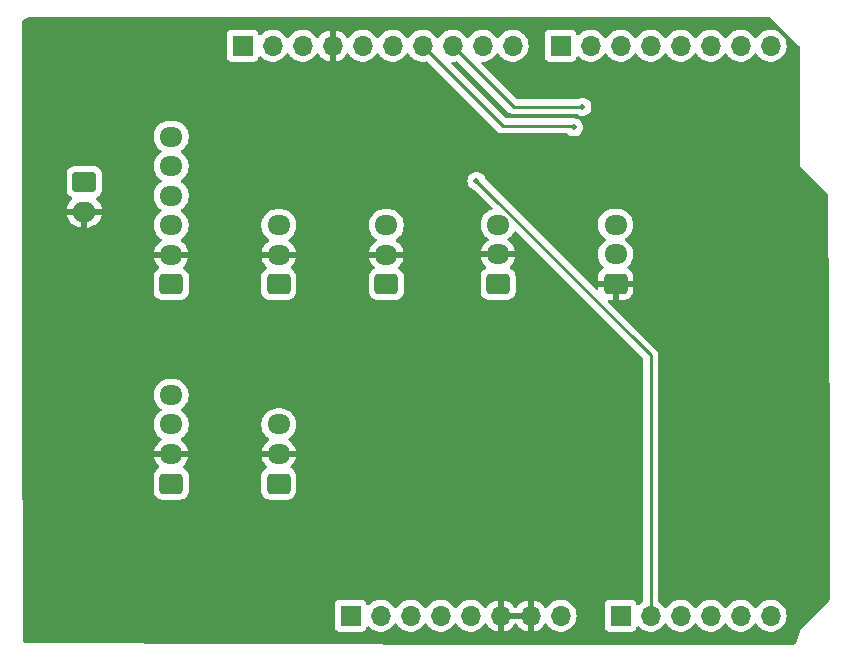
<source format=gbl>
%TF.GenerationSoftware,KiCad,Pcbnew,8.0.3*%
%TF.CreationDate,2024-07-23T14:12:28+08:00*%
%TF.ProjectId,Shao Rong Shield,5368616f-2052-46f6-9e67-20536869656c,rev?*%
%TF.SameCoordinates,Original*%
%TF.FileFunction,Copper,L2,Bot*%
%TF.FilePolarity,Positive*%
%FSLAX46Y46*%
G04 Gerber Fmt 4.6, Leading zero omitted, Abs format (unit mm)*
G04 Created by KiCad (PCBNEW 8.0.3) date 2024-07-23 14:12:28*
%MOMM*%
%LPD*%
G01*
G04 APERTURE LIST*
G04 Aperture macros list*
%AMRoundRect*
0 Rectangle with rounded corners*
0 $1 Rounding radius*
0 $2 $3 $4 $5 $6 $7 $8 $9 X,Y pos of 4 corners*
0 Add a 4 corners polygon primitive as box body*
4,1,4,$2,$3,$4,$5,$6,$7,$8,$9,$2,$3,0*
0 Add four circle primitives for the rounded corners*
1,1,$1+$1,$2,$3*
1,1,$1+$1,$4,$5*
1,1,$1+$1,$6,$7*
1,1,$1+$1,$8,$9*
0 Add four rect primitives between the rounded corners*
20,1,$1+$1,$2,$3,$4,$5,0*
20,1,$1+$1,$4,$5,$6,$7,0*
20,1,$1+$1,$6,$7,$8,$9,0*
20,1,$1+$1,$8,$9,$2,$3,0*%
G04 Aperture macros list end*
%TA.AperFunction,ComponentPad*%
%ADD10R,1.700000X1.700000*%
%TD*%
%TA.AperFunction,ComponentPad*%
%ADD11O,1.700000X1.700000*%
%TD*%
%TA.AperFunction,ComponentPad*%
%ADD12RoundRect,0.250000X-0.750000X0.600000X-0.750000X-0.600000X0.750000X-0.600000X0.750000X0.600000X0*%
%TD*%
%TA.AperFunction,ComponentPad*%
%ADD13O,2.000000X1.700000*%
%TD*%
%TA.AperFunction,ComponentPad*%
%ADD14RoundRect,0.250000X0.725000X-0.600000X0.725000X0.600000X-0.725000X0.600000X-0.725000X-0.600000X0*%
%TD*%
%TA.AperFunction,ComponentPad*%
%ADD15O,1.950000X1.700000*%
%TD*%
%TA.AperFunction,ViaPad*%
%ADD16C,0.500000*%
%TD*%
%TA.AperFunction,Conductor*%
%ADD17C,0.250000*%
%TD*%
%ADD18C,0.300000*%
%ADD19C,0.350000*%
G04 APERTURE END LIST*
D10*
%TO.P,J1,1,Pin_1*%
%TO.N,unconnected-(J1-Pin_1-Pad1)*%
X127940000Y-97460000D03*
D11*
%TO.P,J1,2,Pin_2*%
%TO.N,/IOREF*%
X130480000Y-97460000D03*
%TO.P,J1,3,Pin_3*%
%TO.N,/~{RESET}*%
X133020000Y-97460000D03*
%TO.P,J1,4,Pin_4*%
%TO.N,+3V3*%
X135560000Y-97460000D03*
%TO.P,J1,5,Pin_5*%
%TO.N,unconnected-(J1-Pin_5-Pad5)*%
X138100000Y-97460000D03*
%TO.P,J1,6,Pin_6*%
%TO.N,GND*%
X140640000Y-97460000D03*
%TO.P,J1,7,Pin_7*%
X143180000Y-97460000D03*
%TO.P,J1,8,Pin_8*%
%TO.N,VCC*%
X145720000Y-97460000D03*
%TD*%
D10*
%TO.P,J3,1,Pin_1*%
%TO.N,/A0*%
X150800000Y-97460000D03*
D11*
%TO.P,J3,2,Pin_2*%
%TO.N,/A1*%
X153340000Y-97460000D03*
%TO.P,J3,3,Pin_3*%
%TO.N,/A2*%
X155880000Y-97460000D03*
%TO.P,J3,4,Pin_4*%
%TO.N,/A3*%
X158420000Y-97460000D03*
%TO.P,J3,5,Pin_5*%
%TO.N,/SDA*%
X160960000Y-97460000D03*
%TO.P,J3,6,Pin_6*%
%TO.N,/SCL{slash}A5*%
X163500000Y-97460000D03*
%TD*%
D10*
%TO.P,J2,1,Pin_1*%
%TO.N,unconnected-(J2-Pin_1-Pad1)*%
X118796000Y-49200000D03*
D11*
%TO.P,J2,2,Pin_2*%
%TO.N,unconnected-(J2-Pin_2-Pad2)*%
X121336000Y-49200000D03*
%TO.P,J2,3,Pin_3*%
%TO.N,/AREF*%
X123876000Y-49200000D03*
%TO.P,J2,4,Pin_4*%
%TO.N,GND*%
X126416000Y-49200000D03*
%TO.P,J2,5,Pin_5*%
%TO.N,/13*%
X128956000Y-49200000D03*
%TO.P,J2,6,Pin_6*%
%TO.N,/12*%
X131496000Y-49200000D03*
%TO.P,J2,7,Pin_7*%
%TO.N,/\u002A11*%
X134036000Y-49200000D03*
%TO.P,J2,8,Pin_8*%
%TO.N,/\u002A10*%
X136576000Y-49200000D03*
%TO.P,J2,9,Pin_9*%
%TO.N,/\u002A9*%
X139116000Y-49200000D03*
%TO.P,J2,10,Pin_10*%
%TO.N,/8*%
X141656000Y-49200000D03*
%TD*%
D10*
%TO.P,J4,1,Pin_1*%
%TO.N,/7*%
X145720000Y-49200000D03*
D11*
%TO.P,J4,2,Pin_2*%
%TO.N,/\u002A6*%
X148260000Y-49200000D03*
%TO.P,J4,3,Pin_3*%
%TO.N,/\u002A5*%
X150800000Y-49200000D03*
%TO.P,J4,4,Pin_4*%
%TO.N,/4*%
X153340000Y-49200000D03*
%TO.P,J4,5,Pin_5*%
%TO.N,/\u002A3*%
X155880000Y-49200000D03*
%TO.P,J4,6,Pin_6*%
%TO.N,/2*%
X158420000Y-49200000D03*
%TO.P,J4,7,Pin_7*%
%TO.N,/TX{slash}1*%
X160960000Y-49200000D03*
%TO.P,J4,8,Pin_8*%
%TO.N,/RX{slash}0*%
X163500000Y-49200000D03*
%TD*%
D12*
%TO.P,J5,1,Pin_1*%
%TO.N,+5V*%
X105400000Y-60750000D03*
D13*
%TO.P,J5,2,Pin_2*%
%TO.N,GND*%
X105400000Y-63250000D03*
%TD*%
D14*
%TO.P,J11,1,Pin_1*%
%TO.N,+5V*%
X140425000Y-69375000D03*
D15*
%TO.P,J11,2,Pin_2*%
%TO.N,GND*%
X140425000Y-66875000D03*
%TO.P,J11,3,Pin_3*%
%TO.N,/\u002A5*%
X140425000Y-64375000D03*
%TD*%
D14*
%TO.P,J6,1,Pin_1*%
%TO.N,+5V*%
X112750000Y-69400000D03*
D15*
%TO.P,J6,2,Pin_2*%
%TO.N,GND*%
X112750000Y-66900000D03*
%TO.P,J6,3,Pin_3*%
%TO.N,/13*%
X112750000Y-64400000D03*
%TO.P,J6,4,Pin_4*%
%TO.N,/12*%
X112750000Y-61900000D03*
%TO.P,J6,5,Pin_5*%
%TO.N,/\u002A9*%
X112750000Y-59400000D03*
%TO.P,J6,6,Pin_6*%
%TO.N,/8*%
X112750000Y-56900000D03*
%TD*%
D14*
%TO.P,J12,1,Pin_1*%
%TO.N,+5V*%
X121859285Y-86275000D03*
D15*
%TO.P,J12,2,Pin_2*%
%TO.N,GND*%
X121859285Y-83775000D03*
%TO.P,J12,3,Pin_3*%
%TO.N,/A2*%
X121859285Y-81275000D03*
%TD*%
D14*
%TO.P,J7,1,Pin_1*%
%TO.N,+5V*%
X130968570Y-69400000D03*
D15*
%TO.P,J7,2,Pin_2*%
%TO.N,GND*%
X130968570Y-66900000D03*
%TO.P,J7,3,Pin_3*%
%TO.N,/A1*%
X130968570Y-64400000D03*
%TD*%
D14*
%TO.P,J8,1,Pin_1*%
%TO.N,+5V*%
X112750000Y-86275000D03*
D15*
%TO.P,J8,2,Pin_2*%
%TO.N,GND*%
X112750000Y-83775000D03*
%TO.P,J8,3,Pin_3*%
%TO.N,/SDA*%
X112750000Y-81275000D03*
%TO.P,J8,4,Pin_4*%
%TO.N,/SCL{slash}A5*%
X112750000Y-78775000D03*
%TD*%
D14*
%TO.P,J10,1,Pin_1*%
%TO.N,+5V*%
X121859285Y-69400000D03*
D15*
%TO.P,J10,2,Pin_2*%
%TO.N,GND*%
X121859285Y-66900000D03*
%TO.P,J10,3,Pin_3*%
%TO.N,/\u002A6*%
X121859285Y-64400000D03*
%TD*%
D14*
%TO.P,J9,1,Pin_1*%
%TO.N,GND*%
X150375000Y-69350000D03*
D15*
%TO.P,J9,2,Pin_2*%
%TO.N,/\u002A10*%
X150375000Y-66850000D03*
%TO.P,J9,3,Pin_3*%
%TO.N,/\u002A11*%
X150375000Y-64350000D03*
%TD*%
D16*
%TO.N,/A1*%
X138600000Y-60650000D03*
%TO.N,/\u002A11*%
X146850000Y-56125000D03*
%TO.N,/\u002A10*%
X147575000Y-54375000D03*
%TD*%
D17*
%TO.N,/A1*%
X153340000Y-75390000D02*
X153340000Y-97460000D01*
X138600000Y-60650000D02*
X153340000Y-75390000D01*
%TO.N,/\u002A11*%
X146725000Y-56000000D02*
X140836000Y-56000000D01*
X140836000Y-56000000D02*
X134036000Y-49200000D01*
X146850000Y-56125000D02*
X146725000Y-56000000D01*
%TO.N,/\u002A10*%
X147575000Y-54375000D02*
X141751000Y-54375000D01*
X141751000Y-54375000D02*
X136576000Y-49200000D01*
%TD*%
%TA.AperFunction,Conductor*%
%TO.N,GND*%
G36*
X142714075Y-97267007D02*
G01*
X142680000Y-97394174D01*
X142680000Y-97525826D01*
X142714075Y-97652993D01*
X142746988Y-97710000D01*
X141073012Y-97710000D01*
X141105925Y-97652993D01*
X141140000Y-97525826D01*
X141140000Y-97394174D01*
X141105925Y-97267007D01*
X141073012Y-97210000D01*
X142746988Y-97210000D01*
X142714075Y-97267007D01*
G37*
%TD.AperFunction*%
%TA.AperFunction,Conductor*%
G36*
X163517152Y-46819685D02*
G01*
X163535987Y-46834548D01*
X164329775Y-47596584D01*
X164331582Y-47598355D01*
X165928181Y-49194954D01*
X165961666Y-49256277D01*
X165964500Y-49282635D01*
X165964500Y-59344982D01*
X165964500Y-59375018D01*
X165975994Y-59402767D01*
X165975995Y-59402768D01*
X168314247Y-61741020D01*
X168347732Y-61802343D01*
X168350563Y-61827801D01*
X168504497Y-83039686D01*
X168504500Y-83040586D01*
X168504500Y-96107364D01*
X168484815Y-96174403D01*
X168468181Y-96195045D01*
X165997233Y-98665994D01*
X165975995Y-98687231D01*
X165964500Y-98714982D01*
X165964500Y-98796726D01*
X165959017Y-98833193D01*
X165673736Y-99760353D01*
X165635206Y-99818639D01*
X165613673Y-99833244D01*
X165551483Y-99866486D01*
X165529028Y-99875787D01*
X165487028Y-99888528D01*
X165423618Y-99907763D01*
X165399778Y-99912505D01*
X165291162Y-99923203D01*
X165284060Y-99923903D01*
X165271907Y-99924500D01*
X140911690Y-99924500D01*
X140911311Y-99924499D01*
X100414661Y-99800655D01*
X100347682Y-99780766D01*
X100336375Y-99772509D01*
X100335602Y-99771875D01*
X100286012Y-99731177D01*
X100268823Y-99713988D01*
X100227738Y-99663925D01*
X100200426Y-99599615D01*
X100199592Y-99585496D01*
X100193854Y-96561345D01*
X126581500Y-96561345D01*
X126581500Y-98358654D01*
X126588011Y-98419202D01*
X126588011Y-98419204D01*
X126639111Y-98556204D01*
X126726739Y-98673261D01*
X126843796Y-98760889D01*
X126980799Y-98811989D01*
X127008050Y-98814918D01*
X127041345Y-98818499D01*
X127041362Y-98818500D01*
X128838638Y-98818500D01*
X128838654Y-98818499D01*
X128865692Y-98815591D01*
X128899201Y-98811989D01*
X129036204Y-98760889D01*
X129153261Y-98673261D01*
X129240889Y-98556204D01*
X129286138Y-98434887D01*
X129328009Y-98378956D01*
X129393474Y-98354539D01*
X129461746Y-98369391D01*
X129493545Y-98394236D01*
X129556760Y-98462906D01*
X129734424Y-98601189D01*
X129734425Y-98601189D01*
X129734427Y-98601191D01*
X129861135Y-98669761D01*
X129932426Y-98708342D01*
X130145365Y-98781444D01*
X130367431Y-98818500D01*
X130592569Y-98818500D01*
X130814635Y-98781444D01*
X131027574Y-98708342D01*
X131225576Y-98601189D01*
X131403240Y-98462906D01*
X131524594Y-98331082D01*
X131555715Y-98297276D01*
X131555715Y-98297275D01*
X131555722Y-98297268D01*
X131646193Y-98158790D01*
X131699338Y-98113437D01*
X131768569Y-98104013D01*
X131831905Y-98133515D01*
X131853804Y-98158787D01*
X131944278Y-98297268D01*
X131944283Y-98297273D01*
X131944284Y-98297276D01*
X132070968Y-98434889D01*
X132096760Y-98462906D01*
X132274424Y-98601189D01*
X132274425Y-98601189D01*
X132274427Y-98601191D01*
X132401135Y-98669761D01*
X132472426Y-98708342D01*
X132685365Y-98781444D01*
X132907431Y-98818500D01*
X133132569Y-98818500D01*
X133354635Y-98781444D01*
X133567574Y-98708342D01*
X133765576Y-98601189D01*
X133943240Y-98462906D01*
X134064594Y-98331082D01*
X134095715Y-98297276D01*
X134095715Y-98297275D01*
X134095722Y-98297268D01*
X134186193Y-98158790D01*
X134239338Y-98113437D01*
X134308569Y-98104013D01*
X134371905Y-98133515D01*
X134393804Y-98158787D01*
X134484278Y-98297268D01*
X134484283Y-98297273D01*
X134484284Y-98297276D01*
X134610968Y-98434889D01*
X134636760Y-98462906D01*
X134814424Y-98601189D01*
X134814425Y-98601189D01*
X134814427Y-98601191D01*
X134941135Y-98669761D01*
X135012426Y-98708342D01*
X135225365Y-98781444D01*
X135447431Y-98818500D01*
X135672569Y-98818500D01*
X135894635Y-98781444D01*
X136107574Y-98708342D01*
X136305576Y-98601189D01*
X136483240Y-98462906D01*
X136604594Y-98331082D01*
X136635715Y-98297276D01*
X136635715Y-98297275D01*
X136635722Y-98297268D01*
X136726193Y-98158790D01*
X136779338Y-98113437D01*
X136848569Y-98104013D01*
X136911905Y-98133515D01*
X136933804Y-98158787D01*
X137024278Y-98297268D01*
X137024283Y-98297273D01*
X137024284Y-98297276D01*
X137150968Y-98434889D01*
X137176760Y-98462906D01*
X137354424Y-98601189D01*
X137354425Y-98601189D01*
X137354427Y-98601191D01*
X137481135Y-98669761D01*
X137552426Y-98708342D01*
X137765365Y-98781444D01*
X137987431Y-98818500D01*
X138212569Y-98818500D01*
X138434635Y-98781444D01*
X138647574Y-98708342D01*
X138845576Y-98601189D01*
X139023240Y-98462906D01*
X139144594Y-98331082D01*
X139175715Y-98297276D01*
X139175715Y-98297275D01*
X139175722Y-98297268D01*
X139269749Y-98153347D01*
X139322894Y-98107994D01*
X139392125Y-98098570D01*
X139455461Y-98128072D01*
X139475130Y-98150048D01*
X139601890Y-98331078D01*
X139768917Y-98498105D01*
X139962421Y-98633600D01*
X140176507Y-98733429D01*
X140176516Y-98733433D01*
X140390000Y-98790634D01*
X140390000Y-97893012D01*
X140447007Y-97925925D01*
X140574174Y-97960000D01*
X140705826Y-97960000D01*
X140832993Y-97925925D01*
X140890000Y-97893012D01*
X140890000Y-98790633D01*
X141103483Y-98733433D01*
X141103492Y-98733429D01*
X141317578Y-98633600D01*
X141511082Y-98498105D01*
X141678105Y-98331082D01*
X141808425Y-98144968D01*
X141863002Y-98101344D01*
X141932501Y-98094151D01*
X141994855Y-98125673D01*
X142011575Y-98144968D01*
X142141894Y-98331082D01*
X142308917Y-98498105D01*
X142502421Y-98633600D01*
X142716507Y-98733429D01*
X142716516Y-98733433D01*
X142930000Y-98790634D01*
X142930000Y-97893012D01*
X142987007Y-97925925D01*
X143114174Y-97960000D01*
X143245826Y-97960000D01*
X143372993Y-97925925D01*
X143430000Y-97893012D01*
X143430000Y-98790633D01*
X143643483Y-98733433D01*
X143643492Y-98733429D01*
X143857578Y-98633600D01*
X144051082Y-98498105D01*
X144218105Y-98331082D01*
X144344868Y-98150048D01*
X144399445Y-98106423D01*
X144468944Y-98099231D01*
X144531298Y-98130753D01*
X144550251Y-98153350D01*
X144644276Y-98297265D01*
X144644284Y-98297276D01*
X144770968Y-98434889D01*
X144796760Y-98462906D01*
X144974424Y-98601189D01*
X144974425Y-98601189D01*
X144974427Y-98601191D01*
X145101135Y-98669761D01*
X145172426Y-98708342D01*
X145385365Y-98781444D01*
X145607431Y-98818500D01*
X145832569Y-98818500D01*
X146054635Y-98781444D01*
X146267574Y-98708342D01*
X146465576Y-98601189D01*
X146643240Y-98462906D01*
X146764594Y-98331082D01*
X146795715Y-98297276D01*
X146795717Y-98297273D01*
X146795722Y-98297268D01*
X146918860Y-98108791D01*
X147009296Y-97902616D01*
X147064564Y-97684368D01*
X147067164Y-97652993D01*
X147083156Y-97460005D01*
X147083156Y-97459994D01*
X147064565Y-97235640D01*
X147064563Y-97235628D01*
X147009296Y-97017385D01*
X146999071Y-96994075D01*
X146918860Y-96811209D01*
X146902706Y-96786484D01*
X146795723Y-96622734D01*
X146795715Y-96622723D01*
X146643243Y-96457097D01*
X146643238Y-96457092D01*
X146465577Y-96318812D01*
X146465572Y-96318808D01*
X146267580Y-96211661D01*
X146267577Y-96211659D01*
X146267574Y-96211658D01*
X146267571Y-96211657D01*
X146267569Y-96211656D01*
X146054637Y-96138556D01*
X145832569Y-96101500D01*
X145607431Y-96101500D01*
X145385362Y-96138556D01*
X145172430Y-96211656D01*
X145172419Y-96211661D01*
X144974427Y-96318808D01*
X144974422Y-96318812D01*
X144796761Y-96457092D01*
X144796756Y-96457097D01*
X144644284Y-96622723D01*
X144644276Y-96622734D01*
X144550251Y-96766650D01*
X144497105Y-96812007D01*
X144427873Y-96821430D01*
X144364538Y-96791928D01*
X144344868Y-96769951D01*
X144218113Y-96588926D01*
X144218108Y-96588920D01*
X144051082Y-96421894D01*
X143857578Y-96286399D01*
X143643492Y-96186570D01*
X143643486Y-96186567D01*
X143430000Y-96129364D01*
X143430000Y-97026988D01*
X143372993Y-96994075D01*
X143245826Y-96960000D01*
X143114174Y-96960000D01*
X142987007Y-96994075D01*
X142930000Y-97026988D01*
X142930000Y-96129364D01*
X142929999Y-96129364D01*
X142716513Y-96186567D01*
X142716507Y-96186570D01*
X142502422Y-96286399D01*
X142502420Y-96286400D01*
X142308926Y-96421886D01*
X142308920Y-96421891D01*
X142141891Y-96588920D01*
X142141890Y-96588922D01*
X142011575Y-96775031D01*
X141956998Y-96818655D01*
X141887499Y-96825848D01*
X141825145Y-96794326D01*
X141808425Y-96775031D01*
X141678109Y-96588922D01*
X141678108Y-96588920D01*
X141511082Y-96421894D01*
X141317578Y-96286399D01*
X141103492Y-96186570D01*
X141103486Y-96186567D01*
X140890000Y-96129364D01*
X140890000Y-97026988D01*
X140832993Y-96994075D01*
X140705826Y-96960000D01*
X140574174Y-96960000D01*
X140447007Y-96994075D01*
X140390000Y-97026988D01*
X140390000Y-96129364D01*
X140389999Y-96129364D01*
X140176513Y-96186567D01*
X140176507Y-96186570D01*
X139962422Y-96286399D01*
X139962420Y-96286400D01*
X139768926Y-96421886D01*
X139768920Y-96421891D01*
X139601891Y-96588920D01*
X139601890Y-96588922D01*
X139475131Y-96769952D01*
X139420554Y-96813577D01*
X139351055Y-96820769D01*
X139288701Y-96789247D01*
X139269752Y-96766656D01*
X139175722Y-96622732D01*
X139175715Y-96622725D01*
X139175715Y-96622723D01*
X139023243Y-96457097D01*
X139023238Y-96457092D01*
X138845577Y-96318812D01*
X138845572Y-96318808D01*
X138647580Y-96211661D01*
X138647577Y-96211659D01*
X138647574Y-96211658D01*
X138647571Y-96211657D01*
X138647569Y-96211656D01*
X138434637Y-96138556D01*
X138212569Y-96101500D01*
X137987431Y-96101500D01*
X137765362Y-96138556D01*
X137552430Y-96211656D01*
X137552419Y-96211661D01*
X137354427Y-96318808D01*
X137354422Y-96318812D01*
X137176761Y-96457092D01*
X137176756Y-96457097D01*
X137024284Y-96622723D01*
X137024276Y-96622734D01*
X136933808Y-96761206D01*
X136880662Y-96806562D01*
X136811431Y-96815986D01*
X136748095Y-96786484D01*
X136726192Y-96761206D01*
X136635723Y-96622734D01*
X136635715Y-96622723D01*
X136483243Y-96457097D01*
X136483238Y-96457092D01*
X136305577Y-96318812D01*
X136305572Y-96318808D01*
X136107580Y-96211661D01*
X136107577Y-96211659D01*
X136107574Y-96211658D01*
X136107571Y-96211657D01*
X136107569Y-96211656D01*
X135894637Y-96138556D01*
X135672569Y-96101500D01*
X135447431Y-96101500D01*
X135225362Y-96138556D01*
X135012430Y-96211656D01*
X135012419Y-96211661D01*
X134814427Y-96318808D01*
X134814422Y-96318812D01*
X134636761Y-96457092D01*
X134636756Y-96457097D01*
X134484284Y-96622723D01*
X134484276Y-96622734D01*
X134393808Y-96761206D01*
X134340662Y-96806562D01*
X134271431Y-96815986D01*
X134208095Y-96786484D01*
X134186192Y-96761206D01*
X134095723Y-96622734D01*
X134095715Y-96622723D01*
X133943243Y-96457097D01*
X133943238Y-96457092D01*
X133765577Y-96318812D01*
X133765572Y-96318808D01*
X133567580Y-96211661D01*
X133567577Y-96211659D01*
X133567574Y-96211658D01*
X133567571Y-96211657D01*
X133567569Y-96211656D01*
X133354637Y-96138556D01*
X133132569Y-96101500D01*
X132907431Y-96101500D01*
X132685362Y-96138556D01*
X132472430Y-96211656D01*
X132472419Y-96211661D01*
X132274427Y-96318808D01*
X132274422Y-96318812D01*
X132096761Y-96457092D01*
X132096756Y-96457097D01*
X131944284Y-96622723D01*
X131944276Y-96622734D01*
X131853808Y-96761206D01*
X131800662Y-96806562D01*
X131731431Y-96815986D01*
X131668095Y-96786484D01*
X131646192Y-96761206D01*
X131555723Y-96622734D01*
X131555715Y-96622723D01*
X131403243Y-96457097D01*
X131403238Y-96457092D01*
X131225577Y-96318812D01*
X131225572Y-96318808D01*
X131027580Y-96211661D01*
X131027577Y-96211659D01*
X131027574Y-96211658D01*
X131027571Y-96211657D01*
X131027569Y-96211656D01*
X130814637Y-96138556D01*
X130592569Y-96101500D01*
X130367431Y-96101500D01*
X130145362Y-96138556D01*
X129932430Y-96211656D01*
X129932419Y-96211661D01*
X129734427Y-96318808D01*
X129734422Y-96318812D01*
X129556761Y-96457092D01*
X129493548Y-96525760D01*
X129433661Y-96561750D01*
X129363823Y-96559649D01*
X129306207Y-96520124D01*
X129286138Y-96485110D01*
X129240889Y-96363796D01*
X129207214Y-96318812D01*
X129153261Y-96246739D01*
X129036204Y-96159111D01*
X129035172Y-96158726D01*
X128899203Y-96108011D01*
X128838654Y-96101500D01*
X128838638Y-96101500D01*
X127041362Y-96101500D01*
X127041345Y-96101500D01*
X126980797Y-96108011D01*
X126980795Y-96108011D01*
X126843795Y-96159111D01*
X126726739Y-96246739D01*
X126639111Y-96363795D01*
X126588011Y-96500795D01*
X126588011Y-96500797D01*
X126581500Y-96561345D01*
X100193854Y-96561345D01*
X100159901Y-78668084D01*
X111266500Y-78668084D01*
X111266500Y-78881915D01*
X111299951Y-79093117D01*
X111366026Y-79296480D01*
X111366027Y-79296483D01*
X111463106Y-79487009D01*
X111588794Y-79660004D01*
X111739996Y-79811206D01*
X111842344Y-79885566D01*
X111896182Y-79924682D01*
X111938847Y-79980012D01*
X111944826Y-80049626D01*
X111912220Y-80111421D01*
X111896182Y-80125318D01*
X111827297Y-80175365D01*
X111739996Y-80238794D01*
X111739994Y-80238796D01*
X111739993Y-80238796D01*
X111588796Y-80389993D01*
X111463106Y-80562990D01*
X111366027Y-80753516D01*
X111366026Y-80753519D01*
X111299951Y-80956882D01*
X111266500Y-81168084D01*
X111266500Y-81381915D01*
X111299951Y-81593117D01*
X111366026Y-81796480D01*
X111366027Y-81796483D01*
X111463106Y-81987009D01*
X111588794Y-82160004D01*
X111739996Y-82311206D01*
X111739999Y-82311208D01*
X111903412Y-82429935D01*
X111946078Y-82485265D01*
X111952057Y-82554878D01*
X111919451Y-82616673D01*
X111903413Y-82630571D01*
X111745535Y-82745276D01*
X111595276Y-82895535D01*
X111595272Y-82895540D01*
X111470379Y-83067442D01*
X111373904Y-83256782D01*
X111308242Y-83458870D01*
X111308242Y-83458873D01*
X111297769Y-83525000D01*
X112345854Y-83525000D01*
X112307370Y-83591657D01*
X112275000Y-83712465D01*
X112275000Y-83837535D01*
X112307370Y-83958343D01*
X112345854Y-84025000D01*
X111297769Y-84025000D01*
X111308242Y-84091126D01*
X111308242Y-84091129D01*
X111373904Y-84293217D01*
X111470379Y-84482557D01*
X111595272Y-84654459D01*
X111595276Y-84654464D01*
X111728329Y-84787517D01*
X111761814Y-84848840D01*
X111756830Y-84918532D01*
X111714958Y-84974465D01*
X111705745Y-84980736D01*
X111551351Y-85075967D01*
X111551347Y-85075970D01*
X111425971Y-85201346D01*
X111332886Y-85352259D01*
X111332884Y-85352264D01*
X111277113Y-85520572D01*
X111266500Y-85624447D01*
X111266500Y-86925537D01*
X111266501Y-86925553D01*
X111277113Y-87029426D01*
X111332885Y-87197738D01*
X111425970Y-87348652D01*
X111551348Y-87474030D01*
X111702262Y-87567115D01*
X111870574Y-87622887D01*
X111974455Y-87633500D01*
X113525544Y-87633499D01*
X113629426Y-87622887D01*
X113797738Y-87567115D01*
X113948652Y-87474030D01*
X114074030Y-87348652D01*
X114167115Y-87197738D01*
X114222887Y-87029426D01*
X114233500Y-86925545D01*
X114233499Y-85624456D01*
X114222887Y-85520574D01*
X114167115Y-85352262D01*
X114074030Y-85201348D01*
X113948652Y-85075970D01*
X113797738Y-84982885D01*
X113797734Y-84982883D01*
X113794254Y-84980737D01*
X113747530Y-84928789D01*
X113736307Y-84859826D01*
X113764151Y-84795744D01*
X113771670Y-84787516D01*
X113904728Y-84654458D01*
X114029620Y-84482557D01*
X114126095Y-84293217D01*
X114191757Y-84091129D01*
X114191757Y-84091126D01*
X114202231Y-84025000D01*
X113154146Y-84025000D01*
X113192630Y-83958343D01*
X113225000Y-83837535D01*
X113225000Y-83712465D01*
X113192630Y-83591657D01*
X113154146Y-83525000D01*
X114202231Y-83525000D01*
X114191757Y-83458873D01*
X114191757Y-83458870D01*
X114126095Y-83256782D01*
X114029620Y-83067442D01*
X113904727Y-82895540D01*
X113904723Y-82895535D01*
X113754464Y-82745276D01*
X113754459Y-82745272D01*
X113596587Y-82630571D01*
X113553921Y-82575241D01*
X113547942Y-82505628D01*
X113580548Y-82443833D01*
X113596587Y-82429935D01*
X113760004Y-82311206D01*
X113911206Y-82160004D01*
X114036894Y-81987009D01*
X114133972Y-81796483D01*
X114200049Y-81593116D01*
X114233500Y-81381916D01*
X114233500Y-81168084D01*
X120375785Y-81168084D01*
X120375785Y-81381915D01*
X120409236Y-81593117D01*
X120475311Y-81796480D01*
X120475312Y-81796483D01*
X120572391Y-81987009D01*
X120698079Y-82160004D01*
X120849281Y-82311206D01*
X120849284Y-82311208D01*
X121012697Y-82429935D01*
X121055363Y-82485265D01*
X121061342Y-82554878D01*
X121028736Y-82616673D01*
X121012698Y-82630571D01*
X120854820Y-82745276D01*
X120704561Y-82895535D01*
X120704557Y-82895540D01*
X120579664Y-83067442D01*
X120483189Y-83256782D01*
X120417527Y-83458870D01*
X120417527Y-83458873D01*
X120407054Y-83525000D01*
X121455139Y-83525000D01*
X121416655Y-83591657D01*
X121384285Y-83712465D01*
X121384285Y-83837535D01*
X121416655Y-83958343D01*
X121455139Y-84025000D01*
X120407054Y-84025000D01*
X120417527Y-84091126D01*
X120417527Y-84091129D01*
X120483189Y-84293217D01*
X120579664Y-84482557D01*
X120704557Y-84654459D01*
X120704561Y-84654464D01*
X120837614Y-84787517D01*
X120871099Y-84848840D01*
X120866115Y-84918532D01*
X120824243Y-84974465D01*
X120815030Y-84980736D01*
X120660636Y-85075967D01*
X120660632Y-85075970D01*
X120535256Y-85201346D01*
X120442171Y-85352259D01*
X120442169Y-85352264D01*
X120386398Y-85520572D01*
X120375785Y-85624447D01*
X120375785Y-86925537D01*
X120375786Y-86925553D01*
X120386398Y-87029426D01*
X120442170Y-87197738D01*
X120535255Y-87348652D01*
X120660633Y-87474030D01*
X120811547Y-87567115D01*
X120979859Y-87622887D01*
X121083740Y-87633500D01*
X122634829Y-87633499D01*
X122738711Y-87622887D01*
X122907023Y-87567115D01*
X123057937Y-87474030D01*
X123183315Y-87348652D01*
X123276400Y-87197738D01*
X123332172Y-87029426D01*
X123342785Y-86925545D01*
X123342784Y-85624456D01*
X123332172Y-85520574D01*
X123276400Y-85352262D01*
X123183315Y-85201348D01*
X123057937Y-85075970D01*
X122907023Y-84982885D01*
X122907019Y-84982883D01*
X122903539Y-84980737D01*
X122856815Y-84928789D01*
X122845592Y-84859826D01*
X122873436Y-84795744D01*
X122880955Y-84787516D01*
X123014013Y-84654458D01*
X123138905Y-84482557D01*
X123235380Y-84293217D01*
X123301042Y-84091129D01*
X123301042Y-84091126D01*
X123311516Y-84025000D01*
X122263431Y-84025000D01*
X122301915Y-83958343D01*
X122334285Y-83837535D01*
X122334285Y-83712465D01*
X122301915Y-83591657D01*
X122263431Y-83525000D01*
X123311516Y-83525000D01*
X123301042Y-83458873D01*
X123301042Y-83458870D01*
X123235380Y-83256782D01*
X123138905Y-83067442D01*
X123014012Y-82895540D01*
X123014008Y-82895535D01*
X122863749Y-82745276D01*
X122863744Y-82745272D01*
X122705872Y-82630571D01*
X122663206Y-82575241D01*
X122657227Y-82505628D01*
X122689833Y-82443833D01*
X122705872Y-82429935D01*
X122869289Y-82311206D01*
X123020491Y-82160004D01*
X123146179Y-81987009D01*
X123243257Y-81796483D01*
X123309334Y-81593116D01*
X123342785Y-81381916D01*
X123342785Y-81168084D01*
X123309334Y-80956884D01*
X123243257Y-80753517D01*
X123243257Y-80753516D01*
X123146178Y-80562990D01*
X123020491Y-80389996D01*
X122869289Y-80238794D01*
X122696294Y-80113106D01*
X122692987Y-80111421D01*
X122505768Y-80016027D01*
X122505765Y-80016026D01*
X122302402Y-79949951D01*
X122196801Y-79933225D01*
X122091201Y-79916500D01*
X121627369Y-79916500D01*
X121575710Y-79924682D01*
X121416167Y-79949951D01*
X121212804Y-80016026D01*
X121212801Y-80016027D01*
X121022275Y-80113106D01*
X120849278Y-80238796D01*
X120698081Y-80389993D01*
X120572391Y-80562990D01*
X120475312Y-80753516D01*
X120475311Y-80753519D01*
X120409236Y-80956882D01*
X120375785Y-81168084D01*
X114233500Y-81168084D01*
X114200049Y-80956884D01*
X114133972Y-80753517D01*
X114133972Y-80753516D01*
X114036893Y-80562990D01*
X113911206Y-80389996D01*
X113760004Y-80238794D01*
X113760000Y-80238791D01*
X113603818Y-80125318D01*
X113561152Y-80069988D01*
X113555173Y-80000375D01*
X113587779Y-79938580D01*
X113603818Y-79924682D01*
X113654200Y-79888076D01*
X113760004Y-79811206D01*
X113911206Y-79660004D01*
X114036894Y-79487009D01*
X114133972Y-79296483D01*
X114200049Y-79093116D01*
X114233500Y-78881916D01*
X114233500Y-78668084D01*
X114200049Y-78456884D01*
X114133972Y-78253517D01*
X114133972Y-78253516D01*
X114036893Y-78062990D01*
X113911206Y-77889996D01*
X113760004Y-77738794D01*
X113587009Y-77613106D01*
X113396483Y-77516027D01*
X113396480Y-77516026D01*
X113193117Y-77449951D01*
X113087516Y-77433225D01*
X112981916Y-77416500D01*
X112518084Y-77416500D01*
X112447684Y-77427650D01*
X112306882Y-77449951D01*
X112103519Y-77516026D01*
X112103516Y-77516027D01*
X111912990Y-77613106D01*
X111739993Y-77738796D01*
X111588796Y-77889993D01*
X111463106Y-78062990D01*
X111366027Y-78253516D01*
X111366026Y-78253519D01*
X111299951Y-78456882D01*
X111266500Y-78668084D01*
X100159901Y-78668084D01*
X100124666Y-60099447D01*
X103891500Y-60099447D01*
X103891500Y-61400537D01*
X103891501Y-61400553D01*
X103902113Y-61504427D01*
X103957884Y-61672735D01*
X103957885Y-61672738D01*
X104050970Y-61823652D01*
X104176348Y-61949030D01*
X104327262Y-62042115D01*
X104327266Y-62042116D01*
X104330745Y-62044262D01*
X104377469Y-62096210D01*
X104388692Y-62165173D01*
X104360848Y-62229255D01*
X104353330Y-62237482D01*
X104220271Y-62370541D01*
X104095379Y-62542442D01*
X103998904Y-62731782D01*
X103933242Y-62933870D01*
X103933242Y-62933873D01*
X103922769Y-63000000D01*
X104966988Y-63000000D01*
X104934075Y-63057007D01*
X104900000Y-63184174D01*
X104900000Y-63315826D01*
X104934075Y-63442993D01*
X104966988Y-63500000D01*
X103922769Y-63500000D01*
X103933242Y-63566126D01*
X103933242Y-63566129D01*
X103998904Y-63768217D01*
X104095379Y-63957557D01*
X104220272Y-64129459D01*
X104220276Y-64129464D01*
X104370535Y-64279723D01*
X104370540Y-64279727D01*
X104542442Y-64404620D01*
X104731782Y-64501095D01*
X104933870Y-64566757D01*
X105143754Y-64600000D01*
X105150000Y-64600000D01*
X105150000Y-63683012D01*
X105207007Y-63715925D01*
X105334174Y-63750000D01*
X105465826Y-63750000D01*
X105592993Y-63715925D01*
X105650000Y-63683012D01*
X105650000Y-64600000D01*
X105656246Y-64600000D01*
X105866127Y-64566757D01*
X105866130Y-64566757D01*
X106068217Y-64501095D01*
X106257557Y-64404620D01*
X106429459Y-64279727D01*
X106429464Y-64279723D01*
X106579723Y-64129464D01*
X106579727Y-64129459D01*
X106704620Y-63957557D01*
X106801095Y-63768217D01*
X106866757Y-63566129D01*
X106866757Y-63566126D01*
X106877231Y-63500000D01*
X105833012Y-63500000D01*
X105865925Y-63442993D01*
X105900000Y-63315826D01*
X105900000Y-63184174D01*
X105865925Y-63057007D01*
X105833012Y-63000000D01*
X106877231Y-63000000D01*
X106866757Y-62933873D01*
X106866757Y-62933870D01*
X106801095Y-62731782D01*
X106704620Y-62542442D01*
X106579727Y-62370540D01*
X106579723Y-62370535D01*
X106446670Y-62237482D01*
X106413185Y-62176159D01*
X106418169Y-62106467D01*
X106460041Y-62050534D01*
X106469255Y-62044262D01*
X106472733Y-62042116D01*
X106472738Y-62042115D01*
X106623652Y-61949030D01*
X106749030Y-61823652D01*
X106842115Y-61672738D01*
X106897887Y-61504426D01*
X106908500Y-61400545D01*
X106908499Y-60099456D01*
X106897887Y-59995574D01*
X106842115Y-59827262D01*
X106749030Y-59676348D01*
X106623652Y-59550970D01*
X106472738Y-59457885D01*
X106472735Y-59457884D01*
X106304427Y-59402113D01*
X106200545Y-59391500D01*
X104599462Y-59391500D01*
X104599446Y-59391501D01*
X104495572Y-59402113D01*
X104327264Y-59457884D01*
X104327259Y-59457886D01*
X104176346Y-59550971D01*
X104050971Y-59676346D01*
X103957886Y-59827259D01*
X103957884Y-59827264D01*
X103902113Y-59995572D01*
X103891500Y-60099447D01*
X100124666Y-60099447D01*
X100118392Y-56793084D01*
X111266500Y-56793084D01*
X111266500Y-57006915D01*
X111299951Y-57218117D01*
X111366026Y-57421480D01*
X111366027Y-57421483D01*
X111463106Y-57612009D01*
X111588794Y-57785004D01*
X111739996Y-57936206D01*
X111842344Y-58010566D01*
X111896182Y-58049682D01*
X111938847Y-58105012D01*
X111944826Y-58174626D01*
X111912220Y-58236421D01*
X111896182Y-58250318D01*
X111827297Y-58300365D01*
X111739996Y-58363794D01*
X111739994Y-58363796D01*
X111739993Y-58363796D01*
X111588796Y-58514993D01*
X111463106Y-58687990D01*
X111366027Y-58878516D01*
X111366026Y-58878519D01*
X111299951Y-59081882D01*
X111266500Y-59293084D01*
X111266500Y-59506915D01*
X111299951Y-59718117D01*
X111366026Y-59921480D01*
X111366027Y-59921483D01*
X111433156Y-60053229D01*
X111463106Y-60112009D01*
X111588794Y-60285004D01*
X111739996Y-60436206D01*
X111828568Y-60500557D01*
X111896182Y-60549682D01*
X111938847Y-60605012D01*
X111944826Y-60674626D01*
X111912220Y-60736421D01*
X111896182Y-60750318D01*
X111827297Y-60800365D01*
X111739996Y-60863794D01*
X111739994Y-60863796D01*
X111739993Y-60863796D01*
X111588796Y-61014993D01*
X111463106Y-61187990D01*
X111366027Y-61378516D01*
X111366026Y-61378519D01*
X111299951Y-61581882D01*
X111285561Y-61672738D01*
X111266500Y-61793084D01*
X111266500Y-62006916D01*
X111282267Y-62106467D01*
X111299951Y-62218117D01*
X111366026Y-62421480D01*
X111366027Y-62421483D01*
X111463106Y-62612009D01*
X111588794Y-62785004D01*
X111739996Y-62936206D01*
X111816102Y-62991500D01*
X111896182Y-63049682D01*
X111938847Y-63105012D01*
X111944826Y-63174626D01*
X111912220Y-63236421D01*
X111896182Y-63250318D01*
X111827297Y-63300365D01*
X111739996Y-63363794D01*
X111739994Y-63363796D01*
X111739993Y-63363796D01*
X111588796Y-63514993D01*
X111463106Y-63687990D01*
X111366027Y-63878516D01*
X111366026Y-63878519D01*
X111299951Y-64081882D01*
X111266500Y-64293084D01*
X111266500Y-64506915D01*
X111299951Y-64718117D01*
X111366026Y-64921480D01*
X111366027Y-64921483D01*
X111450368Y-65087009D01*
X111463106Y-65112009D01*
X111588794Y-65285004D01*
X111739996Y-65436206D01*
X111739999Y-65436208D01*
X111903412Y-65554935D01*
X111946078Y-65610265D01*
X111952057Y-65679878D01*
X111919451Y-65741673D01*
X111903413Y-65755571D01*
X111745535Y-65870276D01*
X111595276Y-66020535D01*
X111595272Y-66020540D01*
X111470379Y-66192442D01*
X111373904Y-66381782D01*
X111308242Y-66583870D01*
X111308242Y-66583873D01*
X111297769Y-66650000D01*
X112345854Y-66650000D01*
X112307370Y-66716657D01*
X112275000Y-66837465D01*
X112275000Y-66962535D01*
X112307370Y-67083343D01*
X112345854Y-67150000D01*
X111297769Y-67150000D01*
X111308242Y-67216126D01*
X111308242Y-67216129D01*
X111373904Y-67418217D01*
X111470379Y-67607557D01*
X111595272Y-67779459D01*
X111595276Y-67779464D01*
X111728329Y-67912517D01*
X111761814Y-67973840D01*
X111756830Y-68043532D01*
X111714958Y-68099465D01*
X111705745Y-68105736D01*
X111551351Y-68200967D01*
X111551347Y-68200970D01*
X111425971Y-68326346D01*
X111332886Y-68477259D01*
X111332884Y-68477264D01*
X111277113Y-68645572D01*
X111266500Y-68749447D01*
X111266500Y-70050537D01*
X111266501Y-70050553D01*
X111274559Y-70129426D01*
X111277113Y-70154426D01*
X111332885Y-70322738D01*
X111425970Y-70473652D01*
X111551348Y-70599030D01*
X111702262Y-70692115D01*
X111870574Y-70747887D01*
X111974455Y-70758500D01*
X113525544Y-70758499D01*
X113629426Y-70747887D01*
X113797738Y-70692115D01*
X113948652Y-70599030D01*
X114074030Y-70473652D01*
X114167115Y-70322738D01*
X114222887Y-70154426D01*
X114233500Y-70050545D01*
X114233499Y-68749456D01*
X114222887Y-68645574D01*
X114167115Y-68477262D01*
X114074030Y-68326348D01*
X113948652Y-68200970D01*
X113797738Y-68107885D01*
X113797734Y-68107883D01*
X113794254Y-68105737D01*
X113747530Y-68053789D01*
X113736307Y-67984826D01*
X113764151Y-67920744D01*
X113771670Y-67912516D01*
X113904728Y-67779458D01*
X114029620Y-67607557D01*
X114126095Y-67418217D01*
X114191757Y-67216129D01*
X114191757Y-67216126D01*
X114202231Y-67150000D01*
X113154146Y-67150000D01*
X113192630Y-67083343D01*
X113225000Y-66962535D01*
X113225000Y-66837465D01*
X113192630Y-66716657D01*
X113154146Y-66650000D01*
X114202231Y-66650000D01*
X114191757Y-66583873D01*
X114191757Y-66583870D01*
X114126095Y-66381782D01*
X114029620Y-66192442D01*
X113904727Y-66020540D01*
X113904723Y-66020535D01*
X113754464Y-65870276D01*
X113754459Y-65870272D01*
X113596587Y-65755571D01*
X113553921Y-65700241D01*
X113547942Y-65630628D01*
X113580548Y-65568833D01*
X113596587Y-65554935D01*
X113611868Y-65543833D01*
X113760004Y-65436206D01*
X113911206Y-65285004D01*
X114036894Y-65112009D01*
X114133972Y-64921483D01*
X114200049Y-64718116D01*
X114233500Y-64506916D01*
X114233500Y-64293084D01*
X120375785Y-64293084D01*
X120375785Y-64506915D01*
X120409236Y-64718117D01*
X120475311Y-64921480D01*
X120475312Y-64921483D01*
X120559653Y-65087009D01*
X120572391Y-65112009D01*
X120698079Y-65285004D01*
X120849281Y-65436206D01*
X120849284Y-65436208D01*
X121012697Y-65554935D01*
X121055363Y-65610265D01*
X121061342Y-65679878D01*
X121028736Y-65741673D01*
X121012698Y-65755571D01*
X120854820Y-65870276D01*
X120704561Y-66020535D01*
X120704557Y-66020540D01*
X120579664Y-66192442D01*
X120483189Y-66381782D01*
X120417527Y-66583870D01*
X120417527Y-66583873D01*
X120407054Y-66650000D01*
X121455139Y-66650000D01*
X121416655Y-66716657D01*
X121384285Y-66837465D01*
X121384285Y-66962535D01*
X121416655Y-67083343D01*
X121455139Y-67150000D01*
X120407054Y-67150000D01*
X120417527Y-67216126D01*
X120417527Y-67216129D01*
X120483189Y-67418217D01*
X120579664Y-67607557D01*
X120704557Y-67779459D01*
X120704561Y-67779464D01*
X120837614Y-67912517D01*
X120871099Y-67973840D01*
X120866115Y-68043532D01*
X120824243Y-68099465D01*
X120815030Y-68105736D01*
X120660636Y-68200967D01*
X120660632Y-68200970D01*
X120535256Y-68326346D01*
X120442171Y-68477259D01*
X120442169Y-68477264D01*
X120386398Y-68645572D01*
X120375785Y-68749447D01*
X120375785Y-70050537D01*
X120375786Y-70050553D01*
X120383844Y-70129426D01*
X120386398Y-70154426D01*
X120442170Y-70322738D01*
X120535255Y-70473652D01*
X120660633Y-70599030D01*
X120811547Y-70692115D01*
X120979859Y-70747887D01*
X121083740Y-70758500D01*
X122634829Y-70758499D01*
X122738711Y-70747887D01*
X122907023Y-70692115D01*
X123057937Y-70599030D01*
X123183315Y-70473652D01*
X123276400Y-70322738D01*
X123332172Y-70154426D01*
X123342785Y-70050545D01*
X123342784Y-68749456D01*
X123332172Y-68645574D01*
X123276400Y-68477262D01*
X123183315Y-68326348D01*
X123057937Y-68200970D01*
X122907023Y-68107885D01*
X122907019Y-68107883D01*
X122903539Y-68105737D01*
X122856815Y-68053789D01*
X122845592Y-67984826D01*
X122873436Y-67920744D01*
X122880955Y-67912516D01*
X123014013Y-67779458D01*
X123138905Y-67607557D01*
X123235380Y-67418217D01*
X123301042Y-67216129D01*
X123301042Y-67216126D01*
X123311516Y-67150000D01*
X122263431Y-67150000D01*
X122301915Y-67083343D01*
X122334285Y-66962535D01*
X122334285Y-66837465D01*
X122301915Y-66716657D01*
X122263431Y-66650000D01*
X123311516Y-66650000D01*
X123301042Y-66583873D01*
X123301042Y-66583870D01*
X123235380Y-66381782D01*
X123138905Y-66192442D01*
X123014012Y-66020540D01*
X123014008Y-66020535D01*
X122863749Y-65870276D01*
X122863744Y-65870272D01*
X122705872Y-65755571D01*
X122663206Y-65700241D01*
X122657227Y-65630628D01*
X122689833Y-65568833D01*
X122705872Y-65554935D01*
X122721153Y-65543833D01*
X122869289Y-65436206D01*
X123020491Y-65285004D01*
X123146179Y-65112009D01*
X123243257Y-64921483D01*
X123309334Y-64718116D01*
X123342785Y-64506916D01*
X123342785Y-64293084D01*
X129485070Y-64293084D01*
X129485070Y-64506915D01*
X129518521Y-64718117D01*
X129584596Y-64921480D01*
X129584597Y-64921483D01*
X129668938Y-65087009D01*
X129681676Y-65112009D01*
X129807364Y-65285004D01*
X129958566Y-65436206D01*
X129958569Y-65436208D01*
X130121982Y-65554935D01*
X130164648Y-65610265D01*
X130170627Y-65679878D01*
X130138021Y-65741673D01*
X130121983Y-65755571D01*
X129964105Y-65870276D01*
X129813846Y-66020535D01*
X129813842Y-66020540D01*
X129688949Y-66192442D01*
X129592474Y-66381782D01*
X129526812Y-66583870D01*
X129526812Y-66583873D01*
X129516339Y-66650000D01*
X130564424Y-66650000D01*
X130525940Y-66716657D01*
X130493570Y-66837465D01*
X130493570Y-66962535D01*
X130525940Y-67083343D01*
X130564424Y-67150000D01*
X129516339Y-67150000D01*
X129526812Y-67216126D01*
X129526812Y-67216129D01*
X129592474Y-67418217D01*
X129688949Y-67607557D01*
X129813842Y-67779459D01*
X129813846Y-67779464D01*
X129946899Y-67912517D01*
X129980384Y-67973840D01*
X129975400Y-68043532D01*
X129933528Y-68099465D01*
X129924315Y-68105736D01*
X129769921Y-68200967D01*
X129769917Y-68200970D01*
X129644541Y-68326346D01*
X129551456Y-68477259D01*
X129551454Y-68477264D01*
X129495683Y-68645572D01*
X129485070Y-68749447D01*
X129485070Y-70050537D01*
X129485071Y-70050553D01*
X129493129Y-70129426D01*
X129495683Y-70154426D01*
X129551455Y-70322738D01*
X129644540Y-70473652D01*
X129769918Y-70599030D01*
X129920832Y-70692115D01*
X130089144Y-70747887D01*
X130193025Y-70758500D01*
X131744114Y-70758499D01*
X131847996Y-70747887D01*
X132016308Y-70692115D01*
X132167222Y-70599030D01*
X132292600Y-70473652D01*
X132385685Y-70322738D01*
X132441457Y-70154426D01*
X132452070Y-70050545D01*
X132452069Y-68749456D01*
X132441457Y-68645574D01*
X132385685Y-68477262D01*
X132292600Y-68326348D01*
X132167222Y-68200970D01*
X132016308Y-68107885D01*
X132016304Y-68107883D01*
X132012824Y-68105737D01*
X131966100Y-68053789D01*
X131954877Y-67984826D01*
X131982721Y-67920744D01*
X131990240Y-67912516D01*
X132123298Y-67779458D01*
X132248190Y-67607557D01*
X132344665Y-67418217D01*
X132410327Y-67216129D01*
X132410327Y-67216126D01*
X132420801Y-67150000D01*
X131372716Y-67150000D01*
X131411200Y-67083343D01*
X131443570Y-66962535D01*
X131443570Y-66837465D01*
X131411200Y-66716657D01*
X131372716Y-66650000D01*
X132420801Y-66650000D01*
X132410327Y-66583873D01*
X132410327Y-66583870D01*
X132344665Y-66381782D01*
X132248190Y-66192442D01*
X132123297Y-66020540D01*
X132123293Y-66020535D01*
X131973034Y-65870276D01*
X131973029Y-65870272D01*
X131815157Y-65755571D01*
X131772491Y-65700241D01*
X131766512Y-65630628D01*
X131799118Y-65568833D01*
X131815157Y-65554935D01*
X131830438Y-65543833D01*
X131978574Y-65436206D01*
X132129776Y-65285004D01*
X132255464Y-65112009D01*
X132352542Y-64921483D01*
X132418619Y-64718116D01*
X132452070Y-64506916D01*
X132452070Y-64293084D01*
X132418619Y-64081884D01*
X132352542Y-63878517D01*
X132352542Y-63878516D01*
X132255463Y-63687990D01*
X132237300Y-63662991D01*
X132129776Y-63514996D01*
X131978574Y-63363794D01*
X131805579Y-63238106D01*
X131756514Y-63213106D01*
X131615053Y-63141027D01*
X131615050Y-63141026D01*
X131411687Y-63074951D01*
X131253843Y-63049951D01*
X131200486Y-63041500D01*
X130736654Y-63041500D01*
X130684995Y-63049682D01*
X130525452Y-63074951D01*
X130322089Y-63141026D01*
X130322086Y-63141027D01*
X130131560Y-63238106D01*
X129958563Y-63363796D01*
X129807366Y-63514993D01*
X129681676Y-63687990D01*
X129584597Y-63878516D01*
X129584596Y-63878519D01*
X129518521Y-64081882D01*
X129485070Y-64293084D01*
X123342785Y-64293084D01*
X123309334Y-64081884D01*
X123243257Y-63878517D01*
X123243257Y-63878516D01*
X123146178Y-63687990D01*
X123128015Y-63662991D01*
X123020491Y-63514996D01*
X122869289Y-63363794D01*
X122696294Y-63238106D01*
X122647229Y-63213106D01*
X122505768Y-63141027D01*
X122505765Y-63141026D01*
X122302402Y-63074951D01*
X122144558Y-63049951D01*
X122091201Y-63041500D01*
X121627369Y-63041500D01*
X121575710Y-63049682D01*
X121416167Y-63074951D01*
X121212804Y-63141026D01*
X121212801Y-63141027D01*
X121022275Y-63238106D01*
X120849278Y-63363796D01*
X120698081Y-63514993D01*
X120572391Y-63687990D01*
X120475312Y-63878516D01*
X120475311Y-63878519D01*
X120409236Y-64081882D01*
X120375785Y-64293084D01*
X114233500Y-64293084D01*
X114200049Y-64081884D01*
X114133972Y-63878517D01*
X114133972Y-63878516D01*
X114036893Y-63687990D01*
X114018730Y-63662991D01*
X113911206Y-63514996D01*
X113760004Y-63363794D01*
X113725597Y-63338796D01*
X113603818Y-63250318D01*
X113561152Y-63194988D01*
X113555173Y-63125375D01*
X113587779Y-63063580D01*
X113603818Y-63049682D01*
X113683898Y-62991500D01*
X113760004Y-62936206D01*
X113911206Y-62785004D01*
X114036894Y-62612009D01*
X114133972Y-62421483D01*
X114200049Y-62218116D01*
X114233500Y-62006916D01*
X114233500Y-61793084D01*
X114200049Y-61581884D01*
X114141132Y-61400552D01*
X114133973Y-61378519D01*
X114133972Y-61378516D01*
X114036893Y-61187990D01*
X113911206Y-61014996D01*
X113760004Y-60863794D01*
X113699512Y-60819844D01*
X113603818Y-60750318D01*
X113561152Y-60694988D01*
X113557288Y-60649996D01*
X137836701Y-60649996D01*
X137836701Y-60650003D01*
X137855836Y-60819844D01*
X137855837Y-60819849D01*
X137871215Y-60863796D01*
X137912291Y-60981183D01*
X138003229Y-61125909D01*
X138124091Y-61246771D01*
X138268817Y-61337709D01*
X138430150Y-61394162D01*
X138430151Y-61394162D01*
X138431291Y-61394561D01*
X138478018Y-61423922D01*
X139931004Y-62876908D01*
X139964489Y-62938231D01*
X139959505Y-63007923D01*
X139917633Y-63063856D01*
X139881642Y-63082520D01*
X139778516Y-63116028D01*
X139587990Y-63213106D01*
X139414993Y-63338796D01*
X139263796Y-63489993D01*
X139138106Y-63662990D01*
X139041027Y-63853516D01*
X139041026Y-63853519D01*
X138974951Y-64056882D01*
X138970991Y-64081884D01*
X138941500Y-64268084D01*
X138941500Y-64481916D01*
X138945460Y-64506916D01*
X138974951Y-64693117D01*
X139041026Y-64896480D01*
X139041027Y-64896483D01*
X139125368Y-65062009D01*
X139138106Y-65087009D01*
X139263794Y-65260004D01*
X139414996Y-65411206D01*
X139449406Y-65436206D01*
X139578412Y-65529935D01*
X139621078Y-65585265D01*
X139627057Y-65654878D01*
X139594451Y-65716673D01*
X139578413Y-65730571D01*
X139420535Y-65845276D01*
X139270276Y-65995535D01*
X139270272Y-65995540D01*
X139145379Y-66167442D01*
X139048904Y-66356782D01*
X138983242Y-66558870D01*
X138983242Y-66558873D01*
X138972769Y-66625000D01*
X140020854Y-66625000D01*
X139982370Y-66691657D01*
X139950000Y-66812465D01*
X139950000Y-66937535D01*
X139982370Y-67058343D01*
X140020854Y-67125000D01*
X138972769Y-67125000D01*
X138983242Y-67191126D01*
X138983242Y-67191129D01*
X139048904Y-67393217D01*
X139145379Y-67582557D01*
X139270272Y-67754459D01*
X139270276Y-67754464D01*
X139403329Y-67887517D01*
X139436814Y-67948840D01*
X139431830Y-68018532D01*
X139389958Y-68074465D01*
X139380745Y-68080736D01*
X139226351Y-68175967D01*
X139226347Y-68175970D01*
X139100971Y-68301346D01*
X139007886Y-68452259D01*
X139007884Y-68452264D01*
X138952113Y-68620572D01*
X138941500Y-68724447D01*
X138941500Y-70025537D01*
X138941501Y-70025553D01*
X138952113Y-70129426D01*
X139007885Y-70297738D01*
X139100970Y-70448652D01*
X139226348Y-70574030D01*
X139377262Y-70667115D01*
X139545574Y-70722887D01*
X139649455Y-70733500D01*
X141200544Y-70733499D01*
X141304426Y-70722887D01*
X141472738Y-70667115D01*
X141623652Y-70574030D01*
X141749030Y-70448652D01*
X141842115Y-70297738D01*
X141897887Y-70129426D01*
X141908500Y-70025545D01*
X141908499Y-68724456D01*
X141897887Y-68620574D01*
X141842115Y-68452262D01*
X141749030Y-68301348D01*
X141623652Y-68175970D01*
X141472738Y-68082885D01*
X141472734Y-68082883D01*
X141469254Y-68080737D01*
X141422530Y-68028789D01*
X141411307Y-67959826D01*
X141439151Y-67895744D01*
X141446670Y-67887516D01*
X141579728Y-67754458D01*
X141704620Y-67582557D01*
X141801095Y-67393217D01*
X141866757Y-67191129D01*
X141866757Y-67191126D01*
X141877231Y-67125000D01*
X140829146Y-67125000D01*
X140867630Y-67058343D01*
X140900000Y-66937535D01*
X140900000Y-66812465D01*
X140867630Y-66691657D01*
X140829146Y-66625000D01*
X141877231Y-66625000D01*
X141866757Y-66558873D01*
X141866757Y-66558870D01*
X141801095Y-66356782D01*
X141704620Y-66167442D01*
X141579727Y-65995540D01*
X141579723Y-65995535D01*
X141429464Y-65845276D01*
X141429459Y-65845272D01*
X141271587Y-65730571D01*
X141228921Y-65675241D01*
X141222942Y-65605628D01*
X141255548Y-65543833D01*
X141271587Y-65529935D01*
X141294098Y-65513580D01*
X141435004Y-65411206D01*
X141586206Y-65260004D01*
X141711894Y-65087009D01*
X141779287Y-64954742D01*
X141827262Y-64903947D01*
X141895083Y-64887152D01*
X141961218Y-64909689D01*
X141977453Y-64923357D01*
X152670181Y-75616085D01*
X152703666Y-75677408D01*
X152706500Y-75703766D01*
X152706500Y-96184269D01*
X152686815Y-96251308D01*
X152641520Y-96293323D01*
X152594422Y-96318811D01*
X152594422Y-96318812D01*
X152416761Y-96457092D01*
X152353548Y-96525760D01*
X152293661Y-96561750D01*
X152223823Y-96559649D01*
X152166207Y-96520124D01*
X152146138Y-96485110D01*
X152100889Y-96363796D01*
X152067214Y-96318812D01*
X152013261Y-96246739D01*
X151896204Y-96159111D01*
X151895172Y-96158726D01*
X151759203Y-96108011D01*
X151698654Y-96101500D01*
X151698638Y-96101500D01*
X149901362Y-96101500D01*
X149901345Y-96101500D01*
X149840797Y-96108011D01*
X149840795Y-96108011D01*
X149703795Y-96159111D01*
X149586739Y-96246739D01*
X149499111Y-96363795D01*
X149448011Y-96500795D01*
X149448011Y-96500797D01*
X149441500Y-96561345D01*
X149441500Y-98358654D01*
X149448011Y-98419202D01*
X149448011Y-98419204D01*
X149499111Y-98556204D01*
X149586739Y-98673261D01*
X149703796Y-98760889D01*
X149840799Y-98811989D01*
X149868050Y-98814918D01*
X149901345Y-98818499D01*
X149901362Y-98818500D01*
X151698638Y-98818500D01*
X151698654Y-98818499D01*
X151725692Y-98815591D01*
X151759201Y-98811989D01*
X151896204Y-98760889D01*
X152013261Y-98673261D01*
X152100889Y-98556204D01*
X152146138Y-98434887D01*
X152188009Y-98378956D01*
X152253474Y-98354539D01*
X152321746Y-98369391D01*
X152353545Y-98394236D01*
X152416760Y-98462906D01*
X152594424Y-98601189D01*
X152594425Y-98601189D01*
X152594427Y-98601191D01*
X152721135Y-98669761D01*
X152792426Y-98708342D01*
X153005365Y-98781444D01*
X153227431Y-98818500D01*
X153452569Y-98818500D01*
X153674635Y-98781444D01*
X153887574Y-98708342D01*
X154085576Y-98601189D01*
X154263240Y-98462906D01*
X154384594Y-98331082D01*
X154415715Y-98297276D01*
X154415715Y-98297275D01*
X154415722Y-98297268D01*
X154506193Y-98158790D01*
X154559338Y-98113437D01*
X154628569Y-98104013D01*
X154691905Y-98133515D01*
X154713804Y-98158787D01*
X154804278Y-98297268D01*
X154804283Y-98297273D01*
X154804284Y-98297276D01*
X154930968Y-98434889D01*
X154956760Y-98462906D01*
X155134424Y-98601189D01*
X155134425Y-98601189D01*
X155134427Y-98601191D01*
X155261135Y-98669761D01*
X155332426Y-98708342D01*
X155545365Y-98781444D01*
X155767431Y-98818500D01*
X155992569Y-98818500D01*
X156214635Y-98781444D01*
X156427574Y-98708342D01*
X156625576Y-98601189D01*
X156803240Y-98462906D01*
X156924594Y-98331082D01*
X156955715Y-98297276D01*
X156955715Y-98297275D01*
X156955722Y-98297268D01*
X157046193Y-98158790D01*
X157099338Y-98113437D01*
X157168569Y-98104013D01*
X157231905Y-98133515D01*
X157253804Y-98158787D01*
X157344278Y-98297268D01*
X157344283Y-98297273D01*
X157344284Y-98297276D01*
X157470968Y-98434889D01*
X157496760Y-98462906D01*
X157674424Y-98601189D01*
X157674425Y-98601189D01*
X157674427Y-98601191D01*
X157801135Y-98669761D01*
X157872426Y-98708342D01*
X158085365Y-98781444D01*
X158307431Y-98818500D01*
X158532569Y-98818500D01*
X158754635Y-98781444D01*
X158967574Y-98708342D01*
X159165576Y-98601189D01*
X159343240Y-98462906D01*
X159464594Y-98331082D01*
X159495715Y-98297276D01*
X159495715Y-98297275D01*
X159495722Y-98297268D01*
X159586193Y-98158790D01*
X159639338Y-98113437D01*
X159708569Y-98104013D01*
X159771905Y-98133515D01*
X159793804Y-98158787D01*
X159884278Y-98297268D01*
X159884283Y-98297273D01*
X159884284Y-98297276D01*
X160010968Y-98434889D01*
X160036760Y-98462906D01*
X160214424Y-98601189D01*
X160214425Y-98601189D01*
X160214427Y-98601191D01*
X160341135Y-98669761D01*
X160412426Y-98708342D01*
X160625365Y-98781444D01*
X160847431Y-98818500D01*
X161072569Y-98818500D01*
X161294635Y-98781444D01*
X161507574Y-98708342D01*
X161705576Y-98601189D01*
X161883240Y-98462906D01*
X162004594Y-98331082D01*
X162035715Y-98297276D01*
X162035715Y-98297275D01*
X162035722Y-98297268D01*
X162126193Y-98158790D01*
X162179338Y-98113437D01*
X162248569Y-98104013D01*
X162311905Y-98133515D01*
X162333804Y-98158787D01*
X162424278Y-98297268D01*
X162424283Y-98297273D01*
X162424284Y-98297276D01*
X162550968Y-98434889D01*
X162576760Y-98462906D01*
X162754424Y-98601189D01*
X162754425Y-98601189D01*
X162754427Y-98601191D01*
X162881135Y-98669761D01*
X162952426Y-98708342D01*
X163165365Y-98781444D01*
X163387431Y-98818500D01*
X163612569Y-98818500D01*
X163834635Y-98781444D01*
X164047574Y-98708342D01*
X164245576Y-98601189D01*
X164423240Y-98462906D01*
X164544594Y-98331082D01*
X164575715Y-98297276D01*
X164575717Y-98297273D01*
X164575722Y-98297268D01*
X164698860Y-98108791D01*
X164789296Y-97902616D01*
X164844564Y-97684368D01*
X164847164Y-97652993D01*
X164863156Y-97460005D01*
X164863156Y-97459994D01*
X164844565Y-97235640D01*
X164844563Y-97235628D01*
X164789296Y-97017385D01*
X164779071Y-96994075D01*
X164698860Y-96811209D01*
X164682706Y-96786484D01*
X164575723Y-96622734D01*
X164575715Y-96622723D01*
X164423243Y-96457097D01*
X164423238Y-96457092D01*
X164245577Y-96318812D01*
X164245572Y-96318808D01*
X164047580Y-96211661D01*
X164047577Y-96211659D01*
X164047574Y-96211658D01*
X164047571Y-96211657D01*
X164047569Y-96211656D01*
X163834637Y-96138556D01*
X163612569Y-96101500D01*
X163387431Y-96101500D01*
X163165362Y-96138556D01*
X162952430Y-96211656D01*
X162952419Y-96211661D01*
X162754427Y-96318808D01*
X162754422Y-96318812D01*
X162576761Y-96457092D01*
X162576756Y-96457097D01*
X162424284Y-96622723D01*
X162424276Y-96622734D01*
X162333808Y-96761206D01*
X162280662Y-96806562D01*
X162211431Y-96815986D01*
X162148095Y-96786484D01*
X162126192Y-96761206D01*
X162035723Y-96622734D01*
X162035715Y-96622723D01*
X161883243Y-96457097D01*
X161883238Y-96457092D01*
X161705577Y-96318812D01*
X161705572Y-96318808D01*
X161507580Y-96211661D01*
X161507577Y-96211659D01*
X161507574Y-96211658D01*
X161507571Y-96211657D01*
X161507569Y-96211656D01*
X161294637Y-96138556D01*
X161072569Y-96101500D01*
X160847431Y-96101500D01*
X160625362Y-96138556D01*
X160412430Y-96211656D01*
X160412419Y-96211661D01*
X160214427Y-96318808D01*
X160214422Y-96318812D01*
X160036761Y-96457092D01*
X160036756Y-96457097D01*
X159884284Y-96622723D01*
X159884276Y-96622734D01*
X159793808Y-96761206D01*
X159740662Y-96806562D01*
X159671431Y-96815986D01*
X159608095Y-96786484D01*
X159586192Y-96761206D01*
X159495723Y-96622734D01*
X159495715Y-96622723D01*
X159343243Y-96457097D01*
X159343238Y-96457092D01*
X159165577Y-96318812D01*
X159165572Y-96318808D01*
X158967580Y-96211661D01*
X158967577Y-96211659D01*
X158967574Y-96211658D01*
X158967571Y-96211657D01*
X158967569Y-96211656D01*
X158754637Y-96138556D01*
X158532569Y-96101500D01*
X158307431Y-96101500D01*
X158085362Y-96138556D01*
X157872430Y-96211656D01*
X157872419Y-96211661D01*
X157674427Y-96318808D01*
X157674422Y-96318812D01*
X157496761Y-96457092D01*
X157496756Y-96457097D01*
X157344284Y-96622723D01*
X157344276Y-96622734D01*
X157253808Y-96761206D01*
X157200662Y-96806562D01*
X157131431Y-96815986D01*
X157068095Y-96786484D01*
X157046192Y-96761206D01*
X156955723Y-96622734D01*
X156955715Y-96622723D01*
X156803243Y-96457097D01*
X156803238Y-96457092D01*
X156625577Y-96318812D01*
X156625572Y-96318808D01*
X156427580Y-96211661D01*
X156427577Y-96211659D01*
X156427574Y-96211658D01*
X156427571Y-96211657D01*
X156427569Y-96211656D01*
X156214637Y-96138556D01*
X155992569Y-96101500D01*
X155767431Y-96101500D01*
X155545362Y-96138556D01*
X155332430Y-96211656D01*
X155332419Y-96211661D01*
X155134427Y-96318808D01*
X155134422Y-96318812D01*
X154956761Y-96457092D01*
X154956756Y-96457097D01*
X154804284Y-96622723D01*
X154804276Y-96622734D01*
X154713808Y-96761206D01*
X154660662Y-96806562D01*
X154591431Y-96815986D01*
X154528095Y-96786484D01*
X154506192Y-96761206D01*
X154415723Y-96622734D01*
X154415715Y-96622723D01*
X154263243Y-96457097D01*
X154263238Y-96457092D01*
X154085577Y-96318812D01*
X154085577Y-96318811D01*
X154038480Y-96293323D01*
X153988891Y-96244102D01*
X153973500Y-96184269D01*
X153973500Y-75327605D01*
X153973499Y-75327601D01*
X153949156Y-75205222D01*
X153949155Y-75205215D01*
X153901400Y-75089925D01*
X153901399Y-75089924D01*
X153901396Y-75089918D01*
X153832072Y-74986168D01*
X153832071Y-74986167D01*
X153743833Y-74897929D01*
X149757584Y-70911680D01*
X149724099Y-70850357D01*
X149729083Y-70780665D01*
X149770955Y-70724732D01*
X149836419Y-70700315D01*
X149845265Y-70699999D01*
X150124999Y-70699999D01*
X150125000Y-70699998D01*
X150125000Y-69754145D01*
X150191657Y-69792630D01*
X150312465Y-69825000D01*
X150437535Y-69825000D01*
X150558343Y-69792630D01*
X150625000Y-69754145D01*
X150625000Y-70699999D01*
X151149972Y-70699999D01*
X151149986Y-70699998D01*
X151252697Y-70689505D01*
X151419119Y-70634358D01*
X151419124Y-70634356D01*
X151568345Y-70542315D01*
X151692315Y-70418345D01*
X151784356Y-70269124D01*
X151784358Y-70269119D01*
X151839505Y-70102697D01*
X151839506Y-70102690D01*
X151849999Y-69999986D01*
X151850000Y-69999973D01*
X151850000Y-69600000D01*
X150779146Y-69600000D01*
X150817630Y-69533343D01*
X150850000Y-69412535D01*
X150850000Y-69287465D01*
X150817630Y-69166657D01*
X150779146Y-69100000D01*
X151849999Y-69100000D01*
X151849999Y-68700028D01*
X151849998Y-68700013D01*
X151839505Y-68597302D01*
X151784358Y-68430880D01*
X151784356Y-68430875D01*
X151692315Y-68281654D01*
X151568344Y-68157683D01*
X151568340Y-68157680D01*
X151420513Y-68066499D01*
X151373788Y-68014551D01*
X151362567Y-67945589D01*
X151390410Y-67881507D01*
X151397907Y-67873302D01*
X151536206Y-67735004D01*
X151661894Y-67562009D01*
X151758972Y-67371483D01*
X151825049Y-67168116D01*
X151858500Y-66956916D01*
X151858500Y-66743084D01*
X151825049Y-66531884D01*
X151758972Y-66328517D01*
X151758972Y-66328516D01*
X151661893Y-66137990D01*
X151536206Y-65964996D01*
X151385004Y-65813794D01*
X151385000Y-65813791D01*
X151228818Y-65700318D01*
X151186152Y-65644988D01*
X151180173Y-65575375D01*
X151212779Y-65513580D01*
X151228818Y-65499682D01*
X151316182Y-65436208D01*
X151385004Y-65386206D01*
X151536206Y-65235004D01*
X151661894Y-65062009D01*
X151758972Y-64871483D01*
X151825049Y-64668116D01*
X151858500Y-64456916D01*
X151858500Y-64243084D01*
X151825049Y-64031884D01*
X151792010Y-63930200D01*
X151758973Y-63828519D01*
X151758972Y-63828516D01*
X151674632Y-63662991D01*
X151661894Y-63637991D01*
X151536206Y-63464996D01*
X151385004Y-63313794D01*
X151212009Y-63188106D01*
X151185553Y-63174626D01*
X151021483Y-63091027D01*
X151021480Y-63091026D01*
X150818117Y-63024951D01*
X150710606Y-63007923D01*
X150606916Y-62991500D01*
X150143084Y-62991500D01*
X150072684Y-63002650D01*
X149931882Y-63024951D01*
X149728519Y-63091026D01*
X149728516Y-63091027D01*
X149537990Y-63188106D01*
X149364993Y-63313796D01*
X149213796Y-63464993D01*
X149088106Y-63637990D01*
X148991027Y-63828516D01*
X148991026Y-63828519D01*
X148924951Y-64031882D01*
X148909496Y-64129464D01*
X148891500Y-64243084D01*
X148891500Y-64456916D01*
X148895460Y-64481916D01*
X148924951Y-64668117D01*
X148991026Y-64871480D01*
X148991027Y-64871483D01*
X149033451Y-64954743D01*
X149088106Y-65062009D01*
X149213794Y-65235004D01*
X149364996Y-65386206D01*
X149433818Y-65436208D01*
X149521182Y-65499682D01*
X149563847Y-65555012D01*
X149569826Y-65624626D01*
X149537220Y-65686421D01*
X149521182Y-65700318D01*
X149487143Y-65725049D01*
X149364996Y-65813794D01*
X149364994Y-65813796D01*
X149364993Y-65813796D01*
X149213796Y-65964993D01*
X149088106Y-66137990D01*
X148991027Y-66328516D01*
X148991026Y-66328519D01*
X148924951Y-66531882D01*
X148891500Y-66743084D01*
X148891500Y-66956915D01*
X148924951Y-67168117D01*
X148991026Y-67371480D01*
X148991027Y-67371483D01*
X149088106Y-67562009D01*
X149213794Y-67735004D01*
X149213796Y-67735006D01*
X149352070Y-67873280D01*
X149385555Y-67934603D01*
X149380571Y-68004295D01*
X149338699Y-68060228D01*
X149329486Y-68066499D01*
X149181659Y-68157680D01*
X149181655Y-68157683D01*
X149057684Y-68281654D01*
X148965643Y-68430875D01*
X148965641Y-68430880D01*
X148910494Y-68597302D01*
X148910493Y-68597309D01*
X148900000Y-68700013D01*
X148900000Y-69100000D01*
X149970854Y-69100000D01*
X149932370Y-69166657D01*
X149900000Y-69287465D01*
X149900000Y-69412535D01*
X149932370Y-69533343D01*
X149970854Y-69600000D01*
X148900001Y-69600000D01*
X148900001Y-69754735D01*
X148880316Y-69821774D01*
X148827512Y-69867529D01*
X148758354Y-69877473D01*
X148694798Y-69848448D01*
X148688320Y-69842416D01*
X139373922Y-60528018D01*
X139344561Y-60481291D01*
X139287709Y-60318817D01*
X139196771Y-60174091D01*
X139075908Y-60053228D01*
X138931183Y-59962291D01*
X138769849Y-59905837D01*
X138769844Y-59905836D01*
X138600004Y-59886701D01*
X138599996Y-59886701D01*
X138430155Y-59905836D01*
X138430150Y-59905837D01*
X138268816Y-59962291D01*
X138124091Y-60053228D01*
X138003228Y-60174091D01*
X137912291Y-60318816D01*
X137855837Y-60480150D01*
X137855836Y-60480155D01*
X137836701Y-60649996D01*
X113557288Y-60649996D01*
X113555173Y-60625375D01*
X113587779Y-60563580D01*
X113603818Y-60549682D01*
X113671432Y-60500557D01*
X113760004Y-60436206D01*
X113911206Y-60285004D01*
X114036894Y-60112009D01*
X114133972Y-59921483D01*
X114200049Y-59718116D01*
X114233500Y-59506916D01*
X114233500Y-59293084D01*
X114200049Y-59081884D01*
X114133972Y-58878517D01*
X114133972Y-58878516D01*
X114036893Y-58687990D01*
X113911206Y-58514996D01*
X113760004Y-58363794D01*
X113760000Y-58363791D01*
X113603818Y-58250318D01*
X113561152Y-58194988D01*
X113555173Y-58125375D01*
X113587779Y-58063580D01*
X113603818Y-58049682D01*
X113654200Y-58013076D01*
X113760004Y-57936206D01*
X113911206Y-57785004D01*
X114036894Y-57612009D01*
X114133972Y-57421483D01*
X114200049Y-57218116D01*
X114233500Y-57006916D01*
X114233500Y-56793084D01*
X114200049Y-56581884D01*
X114133972Y-56378517D01*
X114133972Y-56378516D01*
X114036893Y-56187990D01*
X113911206Y-56014996D01*
X113760004Y-55863794D01*
X113587009Y-55738106D01*
X113396483Y-55641027D01*
X113396480Y-55641026D01*
X113193117Y-55574951D01*
X113087516Y-55558225D01*
X112981916Y-55541500D01*
X112518084Y-55541500D01*
X112447684Y-55552650D01*
X112306882Y-55574951D01*
X112103519Y-55641026D01*
X112103516Y-55641027D01*
X111912990Y-55738106D01*
X111739993Y-55863796D01*
X111588796Y-56014993D01*
X111463106Y-56187990D01*
X111366027Y-56378516D01*
X111366026Y-56378519D01*
X111299951Y-56581882D01*
X111266500Y-56793084D01*
X100118392Y-56793084D01*
X100102279Y-48301345D01*
X117437500Y-48301345D01*
X117437500Y-50098654D01*
X117444011Y-50159202D01*
X117444011Y-50159204D01*
X117495111Y-50296204D01*
X117582739Y-50413261D01*
X117699796Y-50500889D01*
X117836799Y-50551989D01*
X117864050Y-50554918D01*
X117897345Y-50558499D01*
X117897362Y-50558500D01*
X119694638Y-50558500D01*
X119694654Y-50558499D01*
X119721692Y-50555591D01*
X119755201Y-50551989D01*
X119892204Y-50500889D01*
X120009261Y-50413261D01*
X120096889Y-50296204D01*
X120142138Y-50174887D01*
X120184009Y-50118956D01*
X120249474Y-50094539D01*
X120317746Y-50109391D01*
X120349545Y-50134236D01*
X120412760Y-50202906D01*
X120590424Y-50341189D01*
X120590425Y-50341189D01*
X120590427Y-50341191D01*
X120650314Y-50373600D01*
X120788426Y-50448342D01*
X121001365Y-50521444D01*
X121223431Y-50558500D01*
X121448569Y-50558500D01*
X121670635Y-50521444D01*
X121883574Y-50448342D01*
X122081576Y-50341189D01*
X122259240Y-50202906D01*
X122380594Y-50071082D01*
X122411715Y-50037276D01*
X122411715Y-50037275D01*
X122411722Y-50037268D01*
X122502193Y-49898790D01*
X122555338Y-49853437D01*
X122624569Y-49844013D01*
X122687905Y-49873515D01*
X122709804Y-49898787D01*
X122800278Y-50037268D01*
X122800283Y-50037273D01*
X122800284Y-50037276D01*
X122926968Y-50174889D01*
X122952760Y-50202906D01*
X123130424Y-50341189D01*
X123130425Y-50341189D01*
X123130427Y-50341191D01*
X123190314Y-50373600D01*
X123328426Y-50448342D01*
X123541365Y-50521444D01*
X123763431Y-50558500D01*
X123988569Y-50558500D01*
X124210635Y-50521444D01*
X124423574Y-50448342D01*
X124621576Y-50341189D01*
X124799240Y-50202906D01*
X124920594Y-50071082D01*
X124951715Y-50037276D01*
X124951715Y-50037275D01*
X124951722Y-50037268D01*
X125045749Y-49893347D01*
X125098894Y-49847994D01*
X125168125Y-49838570D01*
X125231461Y-49868072D01*
X125251130Y-49890048D01*
X125377890Y-50071078D01*
X125544917Y-50238105D01*
X125738421Y-50373600D01*
X125952507Y-50473429D01*
X125952516Y-50473433D01*
X126166000Y-50530634D01*
X126166000Y-49633012D01*
X126223007Y-49665925D01*
X126350174Y-49700000D01*
X126481826Y-49700000D01*
X126608993Y-49665925D01*
X126666000Y-49633012D01*
X126666000Y-50530633D01*
X126879483Y-50473433D01*
X126879492Y-50473429D01*
X127093578Y-50373600D01*
X127287082Y-50238105D01*
X127454105Y-50071082D01*
X127580868Y-49890048D01*
X127635445Y-49846423D01*
X127704944Y-49839231D01*
X127767298Y-49870753D01*
X127786251Y-49893350D01*
X127880276Y-50037265D01*
X127880284Y-50037276D01*
X128006968Y-50174889D01*
X128032760Y-50202906D01*
X128210424Y-50341189D01*
X128210425Y-50341189D01*
X128210427Y-50341191D01*
X128270314Y-50373600D01*
X128408426Y-50448342D01*
X128621365Y-50521444D01*
X128843431Y-50558500D01*
X129068569Y-50558500D01*
X129290635Y-50521444D01*
X129503574Y-50448342D01*
X129701576Y-50341189D01*
X129879240Y-50202906D01*
X130000594Y-50071082D01*
X130031715Y-50037276D01*
X130031715Y-50037275D01*
X130031722Y-50037268D01*
X130122193Y-49898790D01*
X130175338Y-49853437D01*
X130244569Y-49844013D01*
X130307905Y-49873515D01*
X130329804Y-49898787D01*
X130420278Y-50037268D01*
X130420283Y-50037273D01*
X130420284Y-50037276D01*
X130546968Y-50174889D01*
X130572760Y-50202906D01*
X130750424Y-50341189D01*
X130750425Y-50341189D01*
X130750427Y-50341191D01*
X130810314Y-50373600D01*
X130948426Y-50448342D01*
X131161365Y-50521444D01*
X131383431Y-50558500D01*
X131608569Y-50558500D01*
X131830635Y-50521444D01*
X132043574Y-50448342D01*
X132241576Y-50341189D01*
X132419240Y-50202906D01*
X132540594Y-50071082D01*
X132571715Y-50037276D01*
X132571715Y-50037275D01*
X132571722Y-50037268D01*
X132662193Y-49898790D01*
X132715338Y-49853437D01*
X132784569Y-49844013D01*
X132847905Y-49873515D01*
X132869804Y-49898787D01*
X132960278Y-50037268D01*
X132960283Y-50037273D01*
X132960284Y-50037276D01*
X133086968Y-50174889D01*
X133112760Y-50202906D01*
X133290424Y-50341189D01*
X133290425Y-50341189D01*
X133290427Y-50341191D01*
X133350314Y-50373600D01*
X133488426Y-50448342D01*
X133701365Y-50521444D01*
X133923431Y-50558500D01*
X134148569Y-50558500D01*
X134370630Y-50521445D01*
X134370631Y-50521444D01*
X134370635Y-50521444D01*
X134370637Y-50521442D01*
X134374849Y-50520376D01*
X134444669Y-50522988D01*
X134492991Y-50552895D01*
X140432163Y-56492068D01*
X140432167Y-56492071D01*
X140535918Y-56561396D01*
X140535924Y-56561399D01*
X140535925Y-56561400D01*
X140651215Y-56609155D01*
X140773601Y-56633499D01*
X140773605Y-56633500D01*
X140773606Y-56633500D01*
X140898394Y-56633500D01*
X146234458Y-56633500D01*
X146301497Y-56653185D01*
X146322139Y-56669819D01*
X146374091Y-56721771D01*
X146518817Y-56812709D01*
X146680150Y-56869162D01*
X146680155Y-56869163D01*
X146849996Y-56888299D01*
X146850000Y-56888299D01*
X146850004Y-56888299D01*
X147019844Y-56869163D01*
X147019847Y-56869162D01*
X147019850Y-56869162D01*
X147181183Y-56812709D01*
X147325909Y-56721771D01*
X147446771Y-56600909D01*
X147537709Y-56456183D01*
X147594162Y-56294850D01*
X147613299Y-56125000D01*
X147594162Y-55955150D01*
X147537709Y-55793817D01*
X147446771Y-55649091D01*
X147325909Y-55528229D01*
X147325908Y-55528228D01*
X147181183Y-55437291D01*
X147019849Y-55380837D01*
X147019844Y-55380836D01*
X146850004Y-55361701D01*
X146850003Y-55361701D01*
X146850001Y-55361701D01*
X146850000Y-55361701D01*
X146818245Y-55365278D01*
X146811077Y-55366086D01*
X146793484Y-55366210D01*
X146793484Y-55366500D01*
X141149766Y-55366500D01*
X141082727Y-55346815D01*
X141062085Y-55330181D01*
X136502085Y-50770181D01*
X136468600Y-50708858D01*
X136473584Y-50639166D01*
X136515456Y-50583233D01*
X136580920Y-50558816D01*
X136589766Y-50558500D01*
X136688569Y-50558500D01*
X136910630Y-50521445D01*
X136910631Y-50521444D01*
X136910635Y-50521444D01*
X136910637Y-50521442D01*
X136914849Y-50520376D01*
X136984669Y-50522988D01*
X137032991Y-50552895D01*
X141347163Y-54867068D01*
X141347167Y-54867071D01*
X141450918Y-54936396D01*
X141450924Y-54936399D01*
X141450925Y-54936400D01*
X141566215Y-54984155D01*
X141688601Y-55008499D01*
X141688605Y-55008500D01*
X141688606Y-55008500D01*
X141813394Y-55008500D01*
X147121820Y-55008500D01*
X147187793Y-55027507D01*
X147243814Y-55062708D01*
X147405150Y-55119162D01*
X147405155Y-55119163D01*
X147574996Y-55138299D01*
X147575000Y-55138299D01*
X147575004Y-55138299D01*
X147744844Y-55119163D01*
X147744847Y-55119162D01*
X147744850Y-55119162D01*
X147906183Y-55062709D01*
X148050909Y-54971771D01*
X148171771Y-54850909D01*
X148262709Y-54706183D01*
X148319162Y-54544850D01*
X148338299Y-54375000D01*
X148319162Y-54205150D01*
X148262709Y-54043817D01*
X148171771Y-53899091D01*
X148050909Y-53778229D01*
X148050908Y-53778228D01*
X147906183Y-53687291D01*
X147744849Y-53630837D01*
X147744844Y-53630836D01*
X147575004Y-53611701D01*
X147574996Y-53611701D01*
X147405155Y-53630836D01*
X147405150Y-53630837D01*
X147243814Y-53687291D01*
X147187793Y-53722493D01*
X147121820Y-53741500D01*
X142064766Y-53741500D01*
X141997727Y-53721815D01*
X141977085Y-53705181D01*
X139042085Y-50770181D01*
X139008600Y-50708858D01*
X139013584Y-50639166D01*
X139055456Y-50583233D01*
X139120920Y-50558816D01*
X139129766Y-50558500D01*
X139228569Y-50558500D01*
X139450635Y-50521444D01*
X139663574Y-50448342D01*
X139861576Y-50341189D01*
X140039240Y-50202906D01*
X140160594Y-50071082D01*
X140191715Y-50037276D01*
X140191715Y-50037275D01*
X140191722Y-50037268D01*
X140282193Y-49898790D01*
X140335338Y-49853437D01*
X140404569Y-49844013D01*
X140467905Y-49873515D01*
X140489804Y-49898787D01*
X140580278Y-50037268D01*
X140580283Y-50037273D01*
X140580284Y-50037276D01*
X140706968Y-50174889D01*
X140732760Y-50202906D01*
X140910424Y-50341189D01*
X140910425Y-50341189D01*
X140910427Y-50341191D01*
X140970314Y-50373600D01*
X141108426Y-50448342D01*
X141321365Y-50521444D01*
X141543431Y-50558500D01*
X141768569Y-50558500D01*
X141990635Y-50521444D01*
X142203574Y-50448342D01*
X142401576Y-50341189D01*
X142579240Y-50202906D01*
X142700594Y-50071082D01*
X142731715Y-50037276D01*
X142731717Y-50037273D01*
X142731722Y-50037268D01*
X142854860Y-49848791D01*
X142945296Y-49642616D01*
X143000564Y-49424368D01*
X143012309Y-49282635D01*
X143019156Y-49200005D01*
X143019156Y-49199994D01*
X143000565Y-48975640D01*
X143000563Y-48975628D01*
X142945296Y-48757385D01*
X142935071Y-48734075D01*
X142854860Y-48551209D01*
X142838706Y-48526484D01*
X142731723Y-48362734D01*
X142731715Y-48362723D01*
X142675212Y-48301345D01*
X144361500Y-48301345D01*
X144361500Y-50098654D01*
X144368011Y-50159202D01*
X144368011Y-50159204D01*
X144419111Y-50296204D01*
X144506739Y-50413261D01*
X144623796Y-50500889D01*
X144760799Y-50551989D01*
X144788050Y-50554918D01*
X144821345Y-50558499D01*
X144821362Y-50558500D01*
X146618638Y-50558500D01*
X146618654Y-50558499D01*
X146645692Y-50555591D01*
X146679201Y-50551989D01*
X146816204Y-50500889D01*
X146933261Y-50413261D01*
X147020889Y-50296204D01*
X147066138Y-50174887D01*
X147108009Y-50118956D01*
X147173474Y-50094539D01*
X147241746Y-50109391D01*
X147273545Y-50134236D01*
X147336760Y-50202906D01*
X147514424Y-50341189D01*
X147514425Y-50341189D01*
X147514427Y-50341191D01*
X147574314Y-50373600D01*
X147712426Y-50448342D01*
X147925365Y-50521444D01*
X148147431Y-50558500D01*
X148372569Y-50558500D01*
X148594635Y-50521444D01*
X148807574Y-50448342D01*
X149005576Y-50341189D01*
X149183240Y-50202906D01*
X149304594Y-50071082D01*
X149335715Y-50037276D01*
X149335715Y-50037275D01*
X149335722Y-50037268D01*
X149426193Y-49898790D01*
X149479338Y-49853437D01*
X149548569Y-49844013D01*
X149611905Y-49873515D01*
X149633804Y-49898787D01*
X149724278Y-50037268D01*
X149724283Y-50037273D01*
X149724284Y-50037276D01*
X149850968Y-50174889D01*
X149876760Y-50202906D01*
X150054424Y-50341189D01*
X150054425Y-50341189D01*
X150054427Y-50341191D01*
X150114314Y-50373600D01*
X150252426Y-50448342D01*
X150465365Y-50521444D01*
X150687431Y-50558500D01*
X150912569Y-50558500D01*
X151134635Y-50521444D01*
X151347574Y-50448342D01*
X151545576Y-50341189D01*
X151723240Y-50202906D01*
X151844594Y-50071082D01*
X151875715Y-50037276D01*
X151875715Y-50037275D01*
X151875722Y-50037268D01*
X151966193Y-49898790D01*
X152019338Y-49853437D01*
X152088569Y-49844013D01*
X152151905Y-49873515D01*
X152173804Y-49898787D01*
X152264278Y-50037268D01*
X152264283Y-50037273D01*
X152264284Y-50037276D01*
X152390968Y-50174889D01*
X152416760Y-50202906D01*
X152594424Y-50341189D01*
X152594425Y-50341189D01*
X152594427Y-50341191D01*
X152654314Y-50373600D01*
X152792426Y-50448342D01*
X153005365Y-50521444D01*
X153227431Y-50558500D01*
X153452569Y-50558500D01*
X153674635Y-50521444D01*
X153887574Y-50448342D01*
X154085576Y-50341189D01*
X154263240Y-50202906D01*
X154384594Y-50071082D01*
X154415715Y-50037276D01*
X154415715Y-50037275D01*
X154415722Y-50037268D01*
X154506193Y-49898790D01*
X154559338Y-49853437D01*
X154628569Y-49844013D01*
X154691905Y-49873515D01*
X154713804Y-49898787D01*
X154804278Y-50037268D01*
X154804283Y-50037273D01*
X154804284Y-50037276D01*
X154930968Y-50174889D01*
X154956760Y-50202906D01*
X155134424Y-50341189D01*
X155134425Y-50341189D01*
X155134427Y-50341191D01*
X155194314Y-50373600D01*
X155332426Y-50448342D01*
X155545365Y-50521444D01*
X155767431Y-50558500D01*
X155992569Y-50558500D01*
X156214635Y-50521444D01*
X156427574Y-50448342D01*
X156625576Y-50341189D01*
X156803240Y-50202906D01*
X156924594Y-50071082D01*
X156955715Y-50037276D01*
X156955715Y-50037275D01*
X156955722Y-50037268D01*
X157046193Y-49898790D01*
X157099338Y-49853437D01*
X157168569Y-49844013D01*
X157231905Y-49873515D01*
X157253804Y-49898787D01*
X157344278Y-50037268D01*
X157344283Y-50037273D01*
X157344284Y-50037276D01*
X157470968Y-50174889D01*
X157496760Y-50202906D01*
X157674424Y-50341189D01*
X157674425Y-50341189D01*
X157674427Y-50341191D01*
X157734314Y-50373600D01*
X157872426Y-50448342D01*
X158085365Y-50521444D01*
X158307431Y-50558500D01*
X158532569Y-50558500D01*
X158754635Y-50521444D01*
X158967574Y-50448342D01*
X159165576Y-50341189D01*
X159343240Y-50202906D01*
X159464594Y-50071082D01*
X159495715Y-50037276D01*
X159495715Y-50037275D01*
X159495722Y-50037268D01*
X159586193Y-49898790D01*
X159639338Y-49853437D01*
X159708569Y-49844013D01*
X159771905Y-49873515D01*
X159793804Y-49898787D01*
X159884278Y-50037268D01*
X159884283Y-50037273D01*
X159884284Y-50037276D01*
X160010968Y-50174889D01*
X160036760Y-50202906D01*
X160214424Y-50341189D01*
X160214425Y-50341189D01*
X160214427Y-50341191D01*
X160274314Y-50373600D01*
X160412426Y-50448342D01*
X160625365Y-50521444D01*
X160847431Y-50558500D01*
X161072569Y-50558500D01*
X161294635Y-50521444D01*
X161507574Y-50448342D01*
X161705576Y-50341189D01*
X161883240Y-50202906D01*
X162004594Y-50071082D01*
X162035715Y-50037276D01*
X162035715Y-50037275D01*
X162035722Y-50037268D01*
X162126193Y-49898790D01*
X162179338Y-49853437D01*
X162248569Y-49844013D01*
X162311905Y-49873515D01*
X162333804Y-49898787D01*
X162424278Y-50037268D01*
X162424283Y-50037273D01*
X162424284Y-50037276D01*
X162550968Y-50174889D01*
X162576760Y-50202906D01*
X162754424Y-50341189D01*
X162754425Y-50341189D01*
X162754427Y-50341191D01*
X162814314Y-50373600D01*
X162952426Y-50448342D01*
X163165365Y-50521444D01*
X163387431Y-50558500D01*
X163612569Y-50558500D01*
X163834635Y-50521444D01*
X164047574Y-50448342D01*
X164245576Y-50341189D01*
X164423240Y-50202906D01*
X164544594Y-50071082D01*
X164575715Y-50037276D01*
X164575717Y-50037273D01*
X164575722Y-50037268D01*
X164698860Y-49848791D01*
X164789296Y-49642616D01*
X164844564Y-49424368D01*
X164856309Y-49282635D01*
X164863156Y-49200005D01*
X164863156Y-49199994D01*
X164844565Y-48975640D01*
X164844563Y-48975628D01*
X164789296Y-48757385D01*
X164779071Y-48734075D01*
X164698860Y-48551209D01*
X164682706Y-48526484D01*
X164575723Y-48362734D01*
X164575715Y-48362723D01*
X164423243Y-48197097D01*
X164423238Y-48197092D01*
X164245577Y-48058812D01*
X164245572Y-48058808D01*
X164047580Y-47951661D01*
X164047577Y-47951659D01*
X164047574Y-47951658D01*
X164047571Y-47951657D01*
X164047569Y-47951656D01*
X163834637Y-47878556D01*
X163612569Y-47841500D01*
X163387431Y-47841500D01*
X163165362Y-47878556D01*
X162952430Y-47951656D01*
X162952419Y-47951661D01*
X162754427Y-48058808D01*
X162754422Y-48058812D01*
X162576761Y-48197092D01*
X162576756Y-48197097D01*
X162424284Y-48362723D01*
X162424276Y-48362734D01*
X162333808Y-48501206D01*
X162280662Y-48546562D01*
X162211431Y-48555986D01*
X162148095Y-48526484D01*
X162126192Y-48501206D01*
X162035723Y-48362734D01*
X162035715Y-48362723D01*
X161883243Y-48197097D01*
X161883238Y-48197092D01*
X161705577Y-48058812D01*
X161705572Y-48058808D01*
X161507580Y-47951661D01*
X161507577Y-47951659D01*
X161507574Y-47951658D01*
X161507571Y-47951657D01*
X161507569Y-47951656D01*
X161294637Y-47878556D01*
X161072569Y-47841500D01*
X160847431Y-47841500D01*
X160625362Y-47878556D01*
X160412430Y-47951656D01*
X160412419Y-47951661D01*
X160214427Y-48058808D01*
X160214422Y-48058812D01*
X160036761Y-48197092D01*
X160036756Y-48197097D01*
X159884284Y-48362723D01*
X159884276Y-48362734D01*
X159793808Y-48501206D01*
X159740662Y-48546562D01*
X159671431Y-48555986D01*
X159608095Y-48526484D01*
X159586192Y-48501206D01*
X159495723Y-48362734D01*
X159495715Y-48362723D01*
X159343243Y-48197097D01*
X159343238Y-48197092D01*
X159165577Y-48058812D01*
X159165572Y-48058808D01*
X158967580Y-47951661D01*
X158967577Y-47951659D01*
X158967574Y-47951658D01*
X158967571Y-47951657D01*
X158967569Y-47951656D01*
X158754637Y-47878556D01*
X158532569Y-47841500D01*
X158307431Y-47841500D01*
X158085362Y-47878556D01*
X157872430Y-47951656D01*
X157872419Y-47951661D01*
X157674427Y-48058808D01*
X157674422Y-48058812D01*
X157496761Y-48197092D01*
X157496756Y-48197097D01*
X157344284Y-48362723D01*
X157344276Y-48362734D01*
X157253808Y-48501206D01*
X157200662Y-48546562D01*
X157131431Y-48555986D01*
X157068095Y-48526484D01*
X157046192Y-48501206D01*
X156955723Y-48362734D01*
X156955715Y-48362723D01*
X156803243Y-48197097D01*
X156803238Y-48197092D01*
X156625577Y-48058812D01*
X156625572Y-48058808D01*
X156427580Y-47951661D01*
X156427577Y-47951659D01*
X156427574Y-47951658D01*
X156427571Y-47951657D01*
X156427569Y-47951656D01*
X156214637Y-47878556D01*
X155992569Y-47841500D01*
X155767431Y-47841500D01*
X155545362Y-47878556D01*
X155332430Y-47951656D01*
X155332419Y-47951661D01*
X155134427Y-48058808D01*
X155134422Y-48058812D01*
X154956761Y-48197092D01*
X154956756Y-48197097D01*
X154804284Y-48362723D01*
X154804276Y-48362734D01*
X154713808Y-48501206D01*
X154660662Y-48546562D01*
X154591431Y-48555986D01*
X154528095Y-48526484D01*
X154506192Y-48501206D01*
X154415723Y-48362734D01*
X154415715Y-48362723D01*
X154263243Y-48197097D01*
X154263238Y-48197092D01*
X154085577Y-48058812D01*
X154085572Y-48058808D01*
X153887580Y-47951661D01*
X153887577Y-47951659D01*
X153887574Y-47951658D01*
X153887571Y-47951657D01*
X153887569Y-47951656D01*
X153674637Y-47878556D01*
X153452569Y-47841500D01*
X153227431Y-47841500D01*
X153005362Y-47878556D01*
X152792430Y-47951656D01*
X152792419Y-47951661D01*
X152594427Y-48058808D01*
X152594422Y-48058812D01*
X152416761Y-48197092D01*
X152416756Y-48197097D01*
X152264284Y-48362723D01*
X152264276Y-48362734D01*
X152173808Y-48501206D01*
X152120662Y-48546562D01*
X152051431Y-48555986D01*
X151988095Y-48526484D01*
X151966192Y-48501206D01*
X151875723Y-48362734D01*
X151875715Y-48362723D01*
X151723243Y-48197097D01*
X151723238Y-48197092D01*
X151545577Y-48058812D01*
X151545572Y-48058808D01*
X151347580Y-47951661D01*
X151347577Y-47951659D01*
X151347574Y-47951658D01*
X151347571Y-47951657D01*
X151347569Y-47951656D01*
X151134637Y-47878556D01*
X150912569Y-47841500D01*
X150687431Y-47841500D01*
X150465362Y-47878556D01*
X150252430Y-47951656D01*
X150252419Y-47951661D01*
X150054427Y-48058808D01*
X150054422Y-48058812D01*
X149876761Y-48197092D01*
X149876756Y-48197097D01*
X149724284Y-48362723D01*
X149724276Y-48362734D01*
X149633808Y-48501206D01*
X149580662Y-48546562D01*
X149511431Y-48555986D01*
X149448095Y-48526484D01*
X149426192Y-48501206D01*
X149335723Y-48362734D01*
X149335715Y-48362723D01*
X149183243Y-48197097D01*
X149183238Y-48197092D01*
X149005577Y-48058812D01*
X149005572Y-48058808D01*
X148807580Y-47951661D01*
X148807577Y-47951659D01*
X148807574Y-47951658D01*
X148807571Y-47951657D01*
X148807569Y-47951656D01*
X148594637Y-47878556D01*
X148372569Y-47841500D01*
X148147431Y-47841500D01*
X147925362Y-47878556D01*
X147712430Y-47951656D01*
X147712419Y-47951661D01*
X147514427Y-48058808D01*
X147514422Y-48058812D01*
X147336761Y-48197092D01*
X147273548Y-48265760D01*
X147213661Y-48301750D01*
X147143823Y-48299649D01*
X147086207Y-48260124D01*
X147066138Y-48225110D01*
X147020889Y-48103796D01*
X146987214Y-48058812D01*
X146933261Y-47986739D01*
X146816204Y-47899111D01*
X146679203Y-47848011D01*
X146618654Y-47841500D01*
X146618638Y-47841500D01*
X144821362Y-47841500D01*
X144821345Y-47841500D01*
X144760797Y-47848011D01*
X144760795Y-47848011D01*
X144623795Y-47899111D01*
X144506739Y-47986739D01*
X144419111Y-48103795D01*
X144368011Y-48240795D01*
X144368011Y-48240797D01*
X144361500Y-48301345D01*
X142675212Y-48301345D01*
X142579243Y-48197097D01*
X142579238Y-48197092D01*
X142401577Y-48058812D01*
X142401572Y-48058808D01*
X142203580Y-47951661D01*
X142203577Y-47951659D01*
X142203574Y-47951658D01*
X142203571Y-47951657D01*
X142203569Y-47951656D01*
X141990637Y-47878556D01*
X141768569Y-47841500D01*
X141543431Y-47841500D01*
X141321362Y-47878556D01*
X141108430Y-47951656D01*
X141108419Y-47951661D01*
X140910427Y-48058808D01*
X140910422Y-48058812D01*
X140732761Y-48197092D01*
X140732756Y-48197097D01*
X140580284Y-48362723D01*
X140580276Y-48362734D01*
X140489808Y-48501206D01*
X140436662Y-48546562D01*
X140367431Y-48555986D01*
X140304095Y-48526484D01*
X140282192Y-48501206D01*
X140191723Y-48362734D01*
X140191715Y-48362723D01*
X140039243Y-48197097D01*
X140039238Y-48197092D01*
X139861577Y-48058812D01*
X139861572Y-48058808D01*
X139663580Y-47951661D01*
X139663577Y-47951659D01*
X139663574Y-47951658D01*
X139663571Y-47951657D01*
X139663569Y-47951656D01*
X139450637Y-47878556D01*
X139228569Y-47841500D01*
X139003431Y-47841500D01*
X138781362Y-47878556D01*
X138568430Y-47951656D01*
X138568419Y-47951661D01*
X138370427Y-48058808D01*
X138370422Y-48058812D01*
X138192761Y-48197092D01*
X138192756Y-48197097D01*
X138040284Y-48362723D01*
X138040276Y-48362734D01*
X137949808Y-48501206D01*
X137896662Y-48546562D01*
X137827431Y-48555986D01*
X137764095Y-48526484D01*
X137742192Y-48501206D01*
X137651723Y-48362734D01*
X137651715Y-48362723D01*
X137499243Y-48197097D01*
X137499238Y-48197092D01*
X137321577Y-48058812D01*
X137321572Y-48058808D01*
X137123580Y-47951661D01*
X137123577Y-47951659D01*
X137123574Y-47951658D01*
X137123571Y-47951657D01*
X137123569Y-47951656D01*
X136910637Y-47878556D01*
X136688569Y-47841500D01*
X136463431Y-47841500D01*
X136241362Y-47878556D01*
X136028430Y-47951656D01*
X136028419Y-47951661D01*
X135830427Y-48058808D01*
X135830422Y-48058812D01*
X135652761Y-48197092D01*
X135652756Y-48197097D01*
X135500284Y-48362723D01*
X135500276Y-48362734D01*
X135409808Y-48501206D01*
X135356662Y-48546562D01*
X135287431Y-48555986D01*
X135224095Y-48526484D01*
X135202192Y-48501206D01*
X135111723Y-48362734D01*
X135111715Y-48362723D01*
X134959243Y-48197097D01*
X134959238Y-48197092D01*
X134781577Y-48058812D01*
X134781572Y-48058808D01*
X134583580Y-47951661D01*
X134583577Y-47951659D01*
X134583574Y-47951658D01*
X134583571Y-47951657D01*
X134583569Y-47951656D01*
X134370637Y-47878556D01*
X134148569Y-47841500D01*
X133923431Y-47841500D01*
X133701362Y-47878556D01*
X133488430Y-47951656D01*
X133488419Y-47951661D01*
X133290427Y-48058808D01*
X133290422Y-48058812D01*
X133112761Y-48197092D01*
X133112756Y-48197097D01*
X132960284Y-48362723D01*
X132960276Y-48362734D01*
X132869808Y-48501206D01*
X132816662Y-48546562D01*
X132747431Y-48555986D01*
X132684095Y-48526484D01*
X132662192Y-48501206D01*
X132571723Y-48362734D01*
X132571715Y-48362723D01*
X132419243Y-48197097D01*
X132419238Y-48197092D01*
X132241577Y-48058812D01*
X132241572Y-48058808D01*
X132043580Y-47951661D01*
X132043577Y-47951659D01*
X132043574Y-47951658D01*
X132043571Y-47951657D01*
X132043569Y-47951656D01*
X131830637Y-47878556D01*
X131608569Y-47841500D01*
X131383431Y-47841500D01*
X131161362Y-47878556D01*
X130948430Y-47951656D01*
X130948419Y-47951661D01*
X130750427Y-48058808D01*
X130750422Y-48058812D01*
X130572761Y-48197092D01*
X130572756Y-48197097D01*
X130420284Y-48362723D01*
X130420276Y-48362734D01*
X130329808Y-48501206D01*
X130276662Y-48546562D01*
X130207431Y-48555986D01*
X130144095Y-48526484D01*
X130122192Y-48501206D01*
X130031723Y-48362734D01*
X130031715Y-48362723D01*
X129879243Y-48197097D01*
X129879238Y-48197092D01*
X129701577Y-48058812D01*
X129701572Y-48058808D01*
X129503580Y-47951661D01*
X129503577Y-47951659D01*
X129503574Y-47951658D01*
X129503571Y-47951657D01*
X129503569Y-47951656D01*
X129290637Y-47878556D01*
X129068569Y-47841500D01*
X128843431Y-47841500D01*
X128621362Y-47878556D01*
X128408430Y-47951656D01*
X128408419Y-47951661D01*
X128210427Y-48058808D01*
X128210422Y-48058812D01*
X128032761Y-48197092D01*
X128032756Y-48197097D01*
X127880284Y-48362723D01*
X127880276Y-48362734D01*
X127786251Y-48506650D01*
X127733105Y-48552007D01*
X127663873Y-48561430D01*
X127600538Y-48531928D01*
X127580868Y-48509951D01*
X127454113Y-48328926D01*
X127454108Y-48328920D01*
X127287082Y-48161894D01*
X127093578Y-48026399D01*
X126879492Y-47926570D01*
X126879486Y-47926567D01*
X126666000Y-47869364D01*
X126666000Y-48766988D01*
X126608993Y-48734075D01*
X126481826Y-48700000D01*
X126350174Y-48700000D01*
X126223007Y-48734075D01*
X126166000Y-48766988D01*
X126166000Y-47869364D01*
X126165999Y-47869364D01*
X125952513Y-47926567D01*
X125952507Y-47926570D01*
X125738422Y-48026399D01*
X125738420Y-48026400D01*
X125544926Y-48161886D01*
X125544920Y-48161891D01*
X125377891Y-48328920D01*
X125377890Y-48328922D01*
X125251131Y-48509952D01*
X125196554Y-48553577D01*
X125127055Y-48560769D01*
X125064701Y-48529247D01*
X125045752Y-48506656D01*
X124951722Y-48362732D01*
X124951715Y-48362725D01*
X124951715Y-48362723D01*
X124799243Y-48197097D01*
X124799238Y-48197092D01*
X124621577Y-48058812D01*
X124621572Y-48058808D01*
X124423580Y-47951661D01*
X124423577Y-47951659D01*
X124423574Y-47951658D01*
X124423571Y-47951657D01*
X124423569Y-47951656D01*
X124210637Y-47878556D01*
X123988569Y-47841500D01*
X123763431Y-47841500D01*
X123541362Y-47878556D01*
X123328430Y-47951656D01*
X123328419Y-47951661D01*
X123130427Y-48058808D01*
X123130422Y-48058812D01*
X122952761Y-48197092D01*
X122952756Y-48197097D01*
X122800284Y-48362723D01*
X122800276Y-48362734D01*
X122709808Y-48501206D01*
X122656662Y-48546562D01*
X122587431Y-48555986D01*
X122524095Y-48526484D01*
X122502192Y-48501206D01*
X122411723Y-48362734D01*
X122411715Y-48362723D01*
X122259243Y-48197097D01*
X122259238Y-48197092D01*
X122081577Y-48058812D01*
X122081572Y-48058808D01*
X121883580Y-47951661D01*
X121883577Y-47951659D01*
X121883574Y-47951658D01*
X121883571Y-47951657D01*
X121883569Y-47951656D01*
X121670637Y-47878556D01*
X121448569Y-47841500D01*
X121223431Y-47841500D01*
X121001362Y-47878556D01*
X120788430Y-47951656D01*
X120788419Y-47951661D01*
X120590427Y-48058808D01*
X120590422Y-48058812D01*
X120412761Y-48197092D01*
X120349548Y-48265760D01*
X120289661Y-48301750D01*
X120219823Y-48299649D01*
X120162207Y-48260124D01*
X120142138Y-48225110D01*
X120096889Y-48103796D01*
X120063214Y-48058812D01*
X120009261Y-47986739D01*
X119892204Y-47899111D01*
X119755203Y-47848011D01*
X119694654Y-47841500D01*
X119694638Y-47841500D01*
X117897362Y-47841500D01*
X117897345Y-47841500D01*
X117836797Y-47848011D01*
X117836795Y-47848011D01*
X117699795Y-47899111D01*
X117582739Y-47986739D01*
X117495111Y-48103795D01*
X117444011Y-48240795D01*
X117444011Y-48240797D01*
X117437500Y-48301345D01*
X100102279Y-48301345D01*
X100100319Y-47268360D01*
X100105659Y-47232133D01*
X100122169Y-47177710D01*
X100124212Y-47170971D01*
X100133510Y-47148524D01*
X100171353Y-47077724D01*
X100216908Y-47029855D01*
X100570548Y-46817670D01*
X100634345Y-46800000D01*
X163450113Y-46800000D01*
X163517152Y-46819685D01*
G37*
%TD.AperFunction*%
%TD*%
D18*
X138600000Y-60650000D03*
X146850000Y-56125000D03*
X147575000Y-54375000D03*
D19*
X127940000Y-97460000D03*
X130480000Y-97460000D03*
X133020000Y-97460000D03*
X135560000Y-97460000D03*
X138100000Y-97460000D03*
X140640000Y-97460000D03*
X143180000Y-97460000D03*
X145720000Y-97460000D03*
X150800000Y-97460000D03*
X153340000Y-97460000D03*
X155880000Y-97460000D03*
X158420000Y-97460000D03*
X160960000Y-97460000D03*
X163500000Y-97460000D03*
X118796000Y-49200000D03*
X121336000Y-49200000D03*
X123876000Y-49200000D03*
X126416000Y-49200000D03*
X128956000Y-49200000D03*
X131496000Y-49200000D03*
X134036000Y-49200000D03*
X136576000Y-49200000D03*
X139116000Y-49200000D03*
X141656000Y-49200000D03*
X145720000Y-49200000D03*
X148260000Y-49200000D03*
X150800000Y-49200000D03*
X153340000Y-49200000D03*
X155880000Y-49200000D03*
X158420000Y-49200000D03*
X160960000Y-49200000D03*
X163500000Y-49200000D03*
X105400000Y-60750000D03*
X105400000Y-63250000D03*
X140425000Y-69375000D03*
X140425000Y-66875000D03*
X140425000Y-64375000D03*
X115240000Y-49200000D03*
X112750000Y-69400000D03*
X112750000Y-66900000D03*
X112750000Y-64400000D03*
X112750000Y-61900000D03*
X112750000Y-59400000D03*
X112750000Y-56900000D03*
X121859285Y-86275000D03*
X121859285Y-83775000D03*
X121859285Y-81275000D03*
X130968570Y-69400000D03*
X130968570Y-66900000D03*
X130968570Y-64400000D03*
X112750000Y-86275000D03*
X112750000Y-83775000D03*
X112750000Y-81275000D03*
X112750000Y-78775000D03*
X113970000Y-97460000D03*
X166040000Y-64440000D03*
X166040000Y-92380000D03*
X121859285Y-69400000D03*
X121859285Y-66900000D03*
X121859285Y-64400000D03*
X150375000Y-69350000D03*
X150375000Y-66850000D03*
X150375000Y-64350000D03*
M02*

</source>
